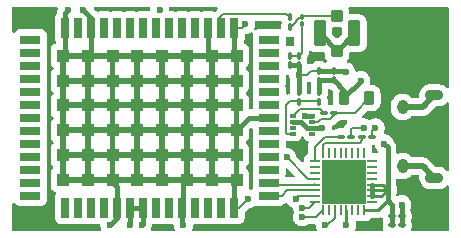
<source format=gbr>
%TF.GenerationSoftware,KiCad,Pcbnew,9.0.1*%
%TF.CreationDate,2025-05-26T16:43:24+02:00*%
%TF.ProjectId,Janus HW,4a616e75-7320-4485-972e-6b696361645f,rev?*%
%TF.SameCoordinates,Original*%
%TF.FileFunction,Copper,L1,Top*%
%TF.FilePolarity,Positive*%
%FSLAX46Y46*%
G04 Gerber Fmt 4.6, Leading zero omitted, Abs format (unit mm)*
G04 Created by KiCad (PCBNEW 9.0.1) date 2025-05-26 16:43:24*
%MOMM*%
%LPD*%
G01*
G04 APERTURE LIST*
G04 Aperture macros list*
%AMRoundRect*
0 Rectangle with rounded corners*
0 $1 Rounding radius*
0 $2 $3 $4 $5 $6 $7 $8 $9 X,Y pos of 4 corners*
0 Add a 4 corners polygon primitive as box body*
4,1,4,$2,$3,$4,$5,$6,$7,$8,$9,$2,$3,0*
0 Add four circle primitives for the rounded corners*
1,1,$1+$1,$2,$3*
1,1,$1+$1,$4,$5*
1,1,$1+$1,$6,$7*
1,1,$1+$1,$8,$9*
0 Add four rect primitives between the rounded corners*
20,1,$1+$1,$2,$3,$4,$5,0*
20,1,$1+$1,$4,$5,$6,$7,0*
20,1,$1+$1,$6,$7,$8,$9,0*
20,1,$1+$1,$8,$9,$2,$3,0*%
G04 Aperture macros list end*
%TA.AperFunction,SMDPad,CuDef*%
%ADD10RoundRect,0.100000X0.217500X0.100000X-0.217500X0.100000X-0.217500X-0.100000X0.217500X-0.100000X0*%
%TD*%
%TA.AperFunction,SMDPad,CuDef*%
%ADD11RoundRect,0.100000X0.100000X-0.217500X0.100000X0.217500X-0.100000X0.217500X-0.100000X-0.217500X0*%
%TD*%
%TA.AperFunction,SMDPad,CuDef*%
%ADD12RoundRect,0.218750X-0.218750X-0.381250X0.218750X-0.381250X0.218750X0.381250X-0.218750X0.381250X0*%
%TD*%
%TA.AperFunction,SMDPad,CuDef*%
%ADD13R,0.475000X0.300000*%
%TD*%
%TA.AperFunction,SMDPad,CuDef*%
%ADD14RoundRect,0.100000X-0.100000X0.217500X-0.100000X-0.217500X0.100000X-0.217500X0.100000X0.217500X0*%
%TD*%
%TA.AperFunction,SMDPad,CuDef*%
%ADD15R,0.760000X1.790000*%
%TD*%
%TA.AperFunction,SMDPad,CuDef*%
%ADD16R,0.730000X1.790000*%
%TD*%
%TA.AperFunction,SMDPad,CuDef*%
%ADD17R,1.790000X0.760000*%
%TD*%
%TA.AperFunction,SMDPad,CuDef*%
%ADD18R,1.790000X0.780000*%
%TD*%
%TA.AperFunction,SMDPad,CuDef*%
%ADD19R,1.090000X1.090000*%
%TD*%
%TA.AperFunction,SMDPad,CuDef*%
%ADD20RoundRect,0.100000X-0.400000X-0.400000X0.400000X-0.400000X0.400000X0.400000X-0.400000X0.400000X0*%
%TD*%
%TA.AperFunction,SMDPad,CuDef*%
%ADD21RoundRect,0.105000X-0.420000X-0.995000X0.420000X-0.995000X0.420000X0.995000X-0.420000X0.995000X0*%
%TD*%
%TA.AperFunction,SMDPad,CuDef*%
%ADD22R,0.810000X0.270000*%
%TD*%
%TA.AperFunction,SMDPad,CuDef*%
%ADD23R,0.270000X0.810000*%
%TD*%
%TA.AperFunction,SMDPad,CuDef*%
%ADD24R,3.700000X3.700000*%
%TD*%
%TA.AperFunction,SMDPad,CuDef*%
%ADD25RoundRect,0.100000X0.100000X-0.130000X0.100000X0.130000X-0.100000X0.130000X-0.100000X-0.130000X0*%
%TD*%
%TA.AperFunction,HeatsinkPad*%
%ADD26O,1.550000X0.890000*%
%TD*%
%TA.AperFunction,HeatsinkPad*%
%ADD27O,0.950000X1.250000*%
%TD*%
%TA.AperFunction,ViaPad*%
%ADD28C,0.600000*%
%TD*%
%TA.AperFunction,Conductor*%
%ADD29C,0.200000*%
%TD*%
%TA.AperFunction,Conductor*%
%ADD30C,0.400000*%
%TD*%
%TA.AperFunction,Conductor*%
%ADD31C,0.500000*%
%TD*%
%TA.AperFunction,Conductor*%
%ADD32C,0.250000*%
%TD*%
G04 APERTURE END LIST*
D10*
%TO.P,C5,2*%
%TO.N,+3.3V*%
X198935000Y-75000000D03*
%TO.P,C5,1*%
%TO.N,GND*%
X199750000Y-75000000D03*
%TD*%
%TO.P,C4,2*%
%TO.N,+3.3V*%
X198935000Y-74250000D03*
%TO.P,C4,1*%
%TO.N,GND*%
X199750000Y-74250000D03*
%TD*%
D11*
%TO.P,R4,1*%
%TO.N,Net-(IC3-FB)*%
X191000000Y-64565000D03*
%TO.P,R4,2*%
%TO.N,GND*%
X191000000Y-63750000D03*
%TD*%
%TO.P,R3,1*%
%TO.N,Net-(IC3-FB)*%
X192750000Y-64565000D03*
%TO.P,R3,2*%
%TO.N,+3.3V*%
X192750000Y-63750000D03*
%TD*%
D12*
%TO.P,L2,1,1*%
%TO.N,+3.3V*%
X194875000Y-64250000D03*
%TO.P,L2,2,2*%
%TO.N,Net-(IC3-SW)*%
X197000000Y-64250000D03*
%TD*%
D13*
%TO.P,IC3,1,PG*%
%TO.N,unconnected-(IC3-PG-Pad1)*%
X192176000Y-67250000D03*
%TO.P,IC3,2,VIN*%
%TO.N,+5V*%
X192176000Y-66750000D03*
%TO.P,IC3,3,SW*%
%TO.N,Net-(IC3-SW)*%
X192176000Y-66250000D03*
%TO.P,IC3,4,GND*%
%TO.N,GND*%
X192176000Y-65750000D03*
%TO.P,IC3,5,BST*%
%TO.N,Net-(IC3-BST)*%
X190500000Y-65750000D03*
%TO.P,IC3,6,EN*%
%TO.N,+5V*%
X190500000Y-66250000D03*
%TO.P,IC3,7,SS*%
%TO.N,unconnected-(IC3-SS-Pad7)*%
X190500000Y-66750000D03*
%TO.P,IC3,8,FB*%
%TO.N,Net-(IC3-FB)*%
X190500000Y-67250000D03*
%TD*%
D10*
%TO.P,C8,1*%
%TO.N,Net-(IC3-SW)*%
X193975000Y-65500000D03*
%TO.P,C8,2*%
%TO.N,Net-(IC3-BST)*%
X193160000Y-65500000D03*
%TD*%
D14*
%TO.P,C7,1*%
%TO.N,GND*%
X192750000Y-61935000D03*
%TO.P,C7,2*%
%TO.N,+3.3V*%
X192750000Y-62750000D03*
%TD*%
%TO.P,C6,1*%
%TO.N,GND*%
X194000000Y-61910000D03*
%TO.P,C6,2*%
%TO.N,+3.3V*%
X194000000Y-62725000D03*
%TD*%
D15*
%TO.P,IC2,1,GND_1*%
%TO.N,GND*%
X185545000Y-58295000D03*
%TO.P,IC2,2,ANT_IN*%
%TO.N,/ANTUM980*%
X184445000Y-58295000D03*
%TO.P,IC2,3,GND_2*%
%TO.N,GND*%
X183345000Y-58295000D03*
D16*
%TO.P,IC2,4,ANT_DETECT*%
%TO.N,unconnected-(IC2-ANT_DETECT-Pad4)*%
X182260000Y-58295000D03*
D15*
%TO.P,IC2,5,ANT_OFF*%
%TO.N,unconnected-(IC2-ANT_OFF-Pad5)*%
X181145000Y-58295000D03*
%TO.P,IC2,6,ANT_SHORT_N*%
%TO.N,unconnected-(IC2-ANT_SHORT_N-Pad6)*%
X180045000Y-58295000D03*
%TO.P,IC2,7,VCC_RF*%
%TO.N,unconnected-(IC2-VCC_RF-Pad7)*%
X178945000Y-58295000D03*
%TO.P,IC2,8,SPIS_CSN*%
%TO.N,unconnected-(IC2-SPIS_CSN-Pad8)*%
X177845000Y-58295000D03*
D16*
%TO.P,IC2,9,SPIS_MOSI*%
%TO.N,unconnected-(IC2-SPIS_MOSI-Pad9)*%
X176760000Y-58295000D03*
D15*
%TO.P,IC2,10,SPIS_CLK*%
%TO.N,unconnected-(IC2-SPIS_CLK-Pad10)*%
X175645000Y-58295000D03*
%TO.P,IC2,11,SPIS_MISO*%
%TO.N,unconnected-(IC2-SPIS_MISO-Pad11)*%
X174545000Y-58295000D03*
%TO.P,IC2,12,GND_3*%
%TO.N,GND*%
X173445000Y-58295000D03*
%TO.P,IC2,13,RSV_1*%
%TO.N,unconnected-(IC2-RSV_1-Pad13)*%
X172345000Y-58295000D03*
%TO.P,IC2,14,GND_4*%
%TO.N,GND*%
X171245000Y-58295000D03*
D17*
%TO.P,IC2,15,NC_1*%
%TO.N,unconnected-(IC2-NC_1-Pad15)*%
X168290000Y-59300000D03*
%TO.P,IC2,16,NC_2*%
%TO.N,unconnected-(IC2-NC_2-Pad16)*%
X168290000Y-60400000D03*
%TO.P,IC2,17,NC_3*%
%TO.N,unconnected-(IC2-NC_3-Pad17)*%
X168290000Y-61500000D03*
%TO.P,IC2,18,NC_4*%
%TO.N,unconnected-(IC2-NC_4-Pad18)*%
X168290000Y-62600000D03*
%TO.P,IC2,19,PVT_STAT*%
%TO.N,unconnected-(IC2-PVT_STAT-Pad19)*%
X168290000Y-63700000D03*
D18*
%TO.P,IC2,20,RTK_STAT*%
%TO.N,unconnected-(IC2-RTK_STAT-Pad20)*%
X168290000Y-64790000D03*
D17*
%TO.P,IC2,21,ERR_STAT*%
%TO.N,unconnected-(IC2-ERR_STAT-Pad21)*%
X168290000Y-65900000D03*
%TO.P,IC2,22,RSV_2*%
%TO.N,unconnected-(IC2-RSV_2-Pad22)*%
X168290000Y-67000000D03*
%TO.P,IC2,23,RSV_3*%
%TO.N,unconnected-(IC2-RSV_3-Pad23)*%
X168290000Y-68100000D03*
%TO.P,IC2,24,NC_5*%
%TO.N,unconnected-(IC2-NC_5-Pad24)*%
X168290000Y-69200000D03*
%TO.P,IC2,25,NC_6*%
%TO.N,unconnected-(IC2-NC_6-Pad25)*%
X168290000Y-70300000D03*
%TO.P,IC2,26,RXD2*%
%TO.N,unconnected-(IC2-RXD2-Pad26)*%
X168290000Y-71400000D03*
%TO.P,IC2,27,TXD2*%
%TO.N,unconnected-(IC2-TXD2-Pad27)*%
X168290000Y-72500000D03*
D15*
%TO.P,IC2,28,BIF_1*%
%TO.N,unconnected-(IC2-BIF_1-Pad28)*%
X171245000Y-73505000D03*
%TO.P,IC2,29,BIF_2*%
%TO.N,unconnected-(IC2-BIF_2-Pad29)*%
X172345000Y-73505000D03*
%TO.P,IC2,30,TXD3*%
%TO.N,unconnected-(IC2-TXD3-Pad30)*%
X173445000Y-73505000D03*
%TO.P,IC2,31,RXD3*%
%TO.N,unconnected-(IC2-RXD3-Pad31)*%
X174545000Y-73505000D03*
%TO.P,IC2,32,GND_5*%
%TO.N,GND*%
X175645000Y-73505000D03*
%TO.P,IC2,33,VCC_1*%
%TO.N,+3.3V*%
X176745000Y-73505000D03*
%TO.P,IC2,34,VCC_2*%
X177845000Y-73505000D03*
%TO.P,IC2,35,RSV_4*%
%TO.N,unconnected-(IC2-RSV_4-Pad35)*%
X178945000Y-73505000D03*
%TO.P,IC2,36,V_BCKP*%
%TO.N,unconnected-(IC2-V_BCKP-Pad36)*%
X180045000Y-73505000D03*
%TO.P,IC2,37,GND_6*%
%TO.N,GND*%
X181145000Y-73505000D03*
%TO.P,IC2,38,NC_7*%
%TO.N,unconnected-(IC2-NC_7-Pad38)*%
X182245000Y-73505000D03*
%TO.P,IC2,39,NC_8*%
%TO.N,unconnected-(IC2-NC_8-Pad39)*%
X183345000Y-73505000D03*
%TO.P,IC2,40,NC_9*%
%TO.N,unconnected-(IC2-NC_9-Pad40)*%
X184445000Y-73505000D03*
%TO.P,IC2,41,GND_7*%
%TO.N,GND*%
X185545000Y-73505000D03*
D17*
%TO.P,IC2,42,TXD1*%
%TO.N,GPSTX*%
X188500000Y-72500000D03*
%TO.P,IC2,43,RXD1*%
%TO.N,GPSRX*%
X188500000Y-71400000D03*
%TO.P,IC2,44,SDA*%
%TO.N,unconnected-(IC2-SDA-Pad44)*%
X188500000Y-70300000D03*
%TO.P,IC2,45,SCL*%
%TO.N,unconnected-(IC2-SCL-Pad45)*%
X188500000Y-69200000D03*
%TO.P,IC2,46,NC_10*%
%TO.N,unconnected-(IC2-NC_10-Pad46)*%
X188500000Y-68100000D03*
%TO.P,IC2,47,NC_11*%
%TO.N,unconnected-(IC2-NC_11-Pad47)*%
X188500000Y-67000000D03*
%TO.P,IC2,48,GND_8*%
%TO.N,GND*%
X188500000Y-65900000D03*
%TO.P,IC2,49,RESET_N*%
%TO.N,unconnected-(IC2-RESET_N-Pad49)*%
X188500000Y-64800000D03*
%TO.P,IC2,50,NC_12*%
%TO.N,unconnected-(IC2-NC_12-Pad50)*%
X188500000Y-63700000D03*
%TO.P,IC2,51,EVENT*%
%TO.N,unconnected-(IC2-EVENT-Pad51)*%
X188500000Y-62600000D03*
%TO.P,IC2,52,NC_13*%
%TO.N,unconnected-(IC2-NC_13-Pad52)*%
X188500000Y-61500000D03*
%TO.P,IC2,53,PPS*%
%TO.N,unconnected-(IC2-PPS-Pad53)*%
X188500000Y-60400000D03*
%TO.P,IC2,54,NC_14*%
%TO.N,unconnected-(IC2-NC_14-Pad54)*%
X188500000Y-59300000D03*
D19*
%TO.P,IC2,55,GROUND_1*%
%TO.N,GND*%
X185745000Y-60650000D03*
%TO.P,IC2,56,GROUND_2*%
X183645000Y-60650000D03*
%TO.P,IC2,57,GROUND_3*%
X181545000Y-60650000D03*
%TO.P,IC2,58,GROUND_4*%
X179445000Y-60650000D03*
%TO.P,IC2,59,GROUND_5*%
X177345000Y-60650000D03*
%TO.P,IC2,60,GROUND_6*%
X175245000Y-60650000D03*
%TO.P,IC2,61,GROUND_7*%
X173145000Y-60650000D03*
%TO.P,IC2,62,GROUND_8*%
X171045000Y-60650000D03*
%TO.P,IC2,63,GROUND_9*%
X185745000Y-62750000D03*
%TO.P,IC2,64,GROUND_10*%
X183645000Y-62750000D03*
%TO.P,IC2,65,GROUND_11*%
X181545000Y-62750000D03*
%TO.P,IC2,66,GROUND_12*%
X179445000Y-62750000D03*
%TO.P,IC2,67,GROUND_13*%
X177345000Y-62750000D03*
%TO.P,IC2,68,GROUND_14*%
X175245000Y-62750000D03*
%TO.P,IC2,69,GROUND_15*%
X173145000Y-62750000D03*
%TO.P,IC2,70,GROUND_16*%
X171045000Y-62750000D03*
%TO.P,IC2,71,GROUND_17*%
X185745000Y-64850000D03*
%TO.P,IC2,72,GROUND_18*%
X183645000Y-64850000D03*
%TO.P,IC2,73,GROUND_19*%
X181545000Y-64850000D03*
%TO.P,IC2,74,GROUND_20*%
X179445000Y-64850000D03*
%TO.P,IC2,75,GROUND_21*%
X177345000Y-64850000D03*
%TO.P,IC2,76,GROUND_22*%
X175245000Y-64850000D03*
%TO.P,IC2,77,GROUND_23*%
X173145000Y-64850000D03*
%TO.P,IC2,78,GROUND_24*%
X171045000Y-64850000D03*
%TO.P,IC2,79,GROUND_25*%
X185745000Y-66950000D03*
%TO.P,IC2,80,GROUND_26*%
X183645000Y-66950000D03*
%TO.P,IC2,81,GROUND_27*%
X181545000Y-66950000D03*
%TO.P,IC2,82,GROUND_28*%
X179445000Y-66950000D03*
%TO.P,IC2,83,GROUND_29*%
X177345000Y-66950000D03*
%TO.P,IC2,84,GROUND_30*%
X175245000Y-66950000D03*
%TO.P,IC2,85,GROUND_31*%
X173145000Y-66950000D03*
%TO.P,IC2,86,GROUND_32*%
X171045000Y-66950000D03*
%TO.P,IC2,87,GROUND_33*%
X185745000Y-69050000D03*
%TO.P,IC2,88,GROUND_34*%
X183645000Y-69050000D03*
%TO.P,IC2,89,GROUND_35*%
X181545000Y-69050000D03*
%TO.P,IC2,90,GROUND_36*%
X179445000Y-69050000D03*
%TO.P,IC2,91,GROUND_37*%
X177345000Y-69050000D03*
%TO.P,IC2,92,GROUND_38*%
X175245000Y-69050000D03*
%TO.P,IC2,93,GROUND_39*%
X173145000Y-69050000D03*
%TO.P,IC2,94,GROUND_40*%
X171045000Y-69050000D03*
%TO.P,IC2,95,GROUND_41*%
X185745000Y-71150000D03*
%TO.P,IC2,96,GROUND_42*%
X183645000Y-71150000D03*
%TO.P,IC2,97,GROUND_43*%
X181545000Y-71150000D03*
%TO.P,IC2,98,GROUND_44*%
X179445000Y-71150000D03*
%TO.P,IC2,99,GROUND_45*%
X177345000Y-71150000D03*
%TO.P,IC2,100,GROUND_46*%
X175245000Y-71150000D03*
%TO.P,IC2,101,GROUND_47*%
X173145000Y-71150000D03*
%TO.P,IC2,102,GROUND_48*%
X171045000Y-71150000D03*
%TD*%
D20*
%TO.P,AE2,1,A*%
%TO.N,/ANTGPS*%
X194250000Y-57250000D03*
D21*
%TO.P,AE2,2,Shield*%
%TO.N,GND*%
X195725000Y-58750000D03*
D20*
X194250000Y-60250000D03*
D21*
X192775000Y-58750000D03*
%TD*%
D22*
%TO.P,IC1,1,ANT*%
%TO.N,unconnected-(IC1-ANT-Pad1)*%
X197250000Y-73055000D03*
%TO.P,IC1,2,VDDA3P3_1*%
%TO.N,+3.3V*%
X197250000Y-72555000D03*
%TO.P,IC1,3,VDDA3P3_2*%
X197250000Y-72055000D03*
%TO.P,IC1,4,CHIP_PU*%
X197250000Y-71555000D03*
%TO.P,IC1,5,VDDPST1*%
%TO.N,unconnected-(IC1-VDDPST1-Pad5)*%
X197250000Y-71055000D03*
%TO.P,IC1,6,XTAL_32K_P*%
%TO.N,unconnected-(IC1-XTAL_32K_P-Pad6)*%
X197250000Y-70555000D03*
%TO.P,IC1,7,XTAL_32K_N*%
%TO.N,unconnected-(IC1-XTAL_32K_N-Pad7)*%
X197250000Y-70055000D03*
%TO.P,IC1,8,GPIO2*%
%TO.N,unconnected-(IC1-GPIO2-Pad8)*%
X197250000Y-69555000D03*
D23*
%TO.P,IC1,9,GPIO3*%
%TO.N,unconnected-(IC1-GPIO3-Pad9)*%
X196555000Y-68860000D03*
%TO.P,IC1,10,MTMS*%
%TO.N,unconnected-(IC1-MTMS-Pad10)*%
X196055000Y-68860000D03*
%TO.P,IC1,11,MTDI*%
%TO.N,unconnected-(IC1-MTDI-Pad11)*%
X195555000Y-68860000D03*
%TO.P,IC1,12,MTCK*%
%TO.N,unconnected-(IC1-MTCK-Pad12)*%
X195055000Y-68860000D03*
%TO.P,IC1,13,MTDO*%
%TO.N,unconnected-(IC1-MTDO-Pad13)*%
X194555000Y-68860000D03*
%TO.P,IC1,14,GPIO8*%
%TO.N,unconnected-(IC1-GPIO8-Pad14)*%
X194055000Y-68860000D03*
%TO.P,IC1,15,GPIO9*%
%TO.N,unconnected-(IC1-GPIO9-Pad15)*%
X193555000Y-68860000D03*
%TO.P,IC1,16,GPIO12*%
%TO.N,USB-*%
X193055000Y-68860000D03*
D22*
%TO.P,IC1,17,GPIO13*%
%TO.N,USB+*%
X192360000Y-69555000D03*
%TO.P,IC1,18,GPIO14*%
%TO.N,unconnected-(IC1-GPIO14-Pad18)*%
X192360000Y-70055000D03*
%TO.P,IC1,19,GPIO15*%
%TO.N,unconnected-(IC1-GPIO15-Pad19)*%
X192360000Y-70555000D03*
%TO.P,IC1,20,VDDPST2*%
%TO.N,SPI_DIO0*%
X192360000Y-71055000D03*
%TO.P,IC1,21,U0TXD*%
%TO.N,GPSRX*%
X192360000Y-71555000D03*
%TO.P,IC1,22,U0RXD*%
%TO.N,GPSTX*%
X192360000Y-72055000D03*
%TO.P,IC1,23,SDIO_CMD*%
%TO.N,SPI_SCK*%
X192360000Y-72555000D03*
%TO.P,IC1,24,SDIO_CLK*%
%TO.N,SPI_MISO*%
X192360000Y-73055000D03*
D23*
%TO.P,IC1,25,SDIO_DATA0*%
%TO.N,SPI_MOSI*%
X193055000Y-73750000D03*
%TO.P,IC1,26,SDIO_DATA1*%
%TO.N,unconnected-(IC1-SDIO_DATA1-Pad26)*%
X193555000Y-73750000D03*
%TO.P,IC1,27,SDIO_DATA2*%
%TO.N,SPI_NSS*%
X194055000Y-73750000D03*
%TO.P,IC1,28,SDIO_DATA3*%
%TO.N,unconnected-(IC1-SDIO_DATA3-Pad28)*%
X194555000Y-73750000D03*
%TO.P,IC1,29,VDDA1*%
%TO.N,+3.3V*%
X195055000Y-73750000D03*
%TO.P,IC1,30,XTAL_N*%
%TO.N,unconnected-(IC1-XTAL_N-Pad30)*%
X195555000Y-73750000D03*
%TO.P,IC1,31,XTAL_P*%
%TO.N,unconnected-(IC1-XTAL_P-Pad31)*%
X196055000Y-73750000D03*
%TO.P,IC1,32,VDDA2*%
%TO.N,+3.3V*%
X196555000Y-73750000D03*
D24*
%TO.P,IC1,33,GND*%
%TO.N,GND*%
X194805000Y-71305000D03*
%TD*%
D14*
%TO.P,C1,1*%
%TO.N,/ANTUM980*%
X190250000Y-57410000D03*
%TO.P,C1,2*%
%TO.N,/ANTGPS*%
X190250000Y-58225000D03*
%TD*%
D25*
%TO.P,L1,1,1*%
%TO.N,ANT_BIAS*%
X191250000Y-57975000D03*
%TO.P,L1,2,2*%
%TO.N,/ANTGPS*%
X191250000Y-57335000D03*
%TD*%
D11*
%TO.P,C2,1*%
%TO.N,GND*%
X191000000Y-61475000D03*
%TO.P,C2,2*%
%TO.N,ANT_BIAS*%
X191000000Y-60660000D03*
%TD*%
D10*
%TO.P,R1,1*%
%TO.N,Net-(J1-D+)*%
X195407500Y-67500000D03*
%TO.P,R1,2*%
%TO.N,USB+*%
X194592500Y-67500000D03*
%TD*%
%TO.P,R2,1*%
%TO.N,Net-(J1-D-)*%
X197225000Y-67500000D03*
%TO.P,R2,2*%
%TO.N,USB-*%
X196410000Y-67500000D03*
%TD*%
D11*
%TO.P,C3,1*%
%TO.N,GND*%
X190250000Y-61475000D03*
%TO.P,C3,2*%
%TO.N,ANT_BIAS*%
X190250000Y-60660000D03*
%TD*%
D26*
%TO.P,J1,6,Shield*%
%TO.N,GND*%
X202500000Y-64000000D03*
D27*
X199800000Y-65000000D03*
X199800000Y-70000000D03*
D26*
X202500000Y-71000000D03*
%TD*%
D28*
%TO.N,+3.3V*%
X196250000Y-62750000D03*
%TO.N,GND*%
X195000000Y-62000000D03*
X194250000Y-60250000D03*
X191000000Y-62250000D03*
%TO.N,Net-(J1-D-)*%
X197500000Y-66750000D03*
%TO.N,Net-(J1-D+)*%
X196500000Y-66750000D03*
%TO.N,GND*%
X191508630Y-65743806D03*
%TO.N,+5V*%
X193000000Y-66750000D03*
%TO.N,GND*%
X199750000Y-73250000D03*
%TO.N,SPI_NSS*%
X193250000Y-75000000D03*
%TO.N,SPI_SCK*%
X190750000Y-72750000D03*
%TO.N,SPI_DIO0*%
X190000000Y-69250000D03*
%TO.N,+3.3V*%
X179250000Y-56750000D03*
%TO.N,GND*%
X194805000Y-71305000D03*
X194805000Y-71305000D03*
X181250000Y-75000000D03*
X175000000Y-75000000D03*
X186750000Y-72750000D03*
X186500000Y-58000000D03*
X172750000Y-56750000D03*
X171500000Y-56750000D03*
%TO.N,+3.3V*%
X177750000Y-75000000D03*
X176750000Y-75000000D03*
%TO.N,SPI_MISO*%
X191305000Y-73500000D03*
%TO.N,SPI_MOSI*%
X191305000Y-74300003D03*
%TO.N,+3.3V*%
X198555000Y-72000000D03*
X195055000Y-75000000D03*
X198250000Y-68100000D03*
%TD*%
D29*
%TO.N,GND*%
X185995000Y-73505000D02*
X186750000Y-72750000D01*
X185545000Y-73505000D02*
X185995000Y-73505000D01*
D30*
X185545000Y-60200000D02*
X185745000Y-60400000D01*
X185745000Y-60400000D02*
X185745000Y-60650000D01*
X185545000Y-58545000D02*
X185545000Y-60200000D01*
X183345000Y-60600000D02*
X183395000Y-60650000D01*
X183345000Y-58295000D02*
X183345000Y-60600000D01*
X173445000Y-57445000D02*
X172750000Y-56750000D01*
X173445000Y-58295000D02*
X173445000Y-57445000D01*
X173445000Y-58295000D02*
X173445000Y-60100000D01*
X175645000Y-71800000D02*
X175645000Y-74355000D01*
X175645000Y-74355000D02*
X175000000Y-75000000D01*
X175395000Y-71550000D02*
X175645000Y-71800000D01*
%TO.N,+3.3V*%
X176745000Y-74801000D02*
X176745000Y-73505000D01*
X176745000Y-73505000D02*
X177845000Y-73505000D01*
X177845000Y-73505000D02*
X177845000Y-74905000D01*
X177845000Y-74905000D02*
X177750000Y-75000000D01*
%TO.N,GND*%
X181250000Y-75000000D02*
X181145000Y-74895000D01*
X181145000Y-74895000D02*
X181145000Y-73755000D01*
X191000000Y-62250000D02*
X191000000Y-61475000D01*
D29*
X191750000Y-62250000D02*
X192065000Y-61935000D01*
X192065000Y-61935000D02*
X192750000Y-61935000D01*
X191000000Y-62250000D02*
X191750000Y-62250000D01*
D30*
X191000000Y-62250000D02*
X191000000Y-63750000D01*
D29*
%TO.N,Net-(J1-D+)*%
X196500000Y-66750000D02*
X195500000Y-66750000D01*
X195500000Y-66750000D02*
X195407500Y-66842500D01*
X195407500Y-66842500D02*
X195407500Y-67500000D01*
%TO.N,Net-(J1-D-)*%
X197225000Y-66975000D02*
X197225000Y-67500000D01*
X197450000Y-66750000D02*
X197225000Y-66975000D01*
X197500000Y-66750000D02*
X197450000Y-66750000D01*
D31*
%TO.N,GND*%
X199800000Y-70000000D02*
X201500000Y-70000000D01*
X201500000Y-70000000D02*
X202500000Y-71000000D01*
X201500000Y-65000000D02*
X202500000Y-64000000D01*
X199800000Y-65000000D02*
X201500000Y-65000000D01*
D30*
%TO.N,+3.3V*%
X194875000Y-63600000D02*
X194000000Y-62725000D01*
X194875000Y-64250000D02*
X194875000Y-63600000D01*
%TO.N,GND*%
X186795000Y-65900000D02*
X185745000Y-66950000D01*
X188250000Y-65900000D02*
X186795000Y-65900000D01*
D29*
X185745000Y-66950000D02*
X185495000Y-66950000D01*
D30*
X194250000Y-60225000D02*
X195725000Y-58750000D01*
D29*
X194250000Y-60250000D02*
X194250000Y-60225000D01*
D30*
X192775000Y-58750000D02*
X194250000Y-60225000D01*
X171500000Y-56750000D02*
X171245000Y-57005000D01*
%TO.N,+3.3V*%
X194875000Y-64125000D02*
X196250000Y-62750000D01*
X194875000Y-64250000D02*
X194875000Y-64125000D01*
D29*
%TO.N,/ANTGPS*%
X194250000Y-57250000D02*
X191335000Y-57250000D01*
X191335000Y-57250000D02*
X191250000Y-57335000D01*
%TO.N,GND*%
X194910000Y-61910000D02*
X195000000Y-62000000D01*
D30*
X194000000Y-61910000D02*
X194910000Y-61910000D01*
%TO.N,+3.3V*%
X198555000Y-68405000D02*
X198250000Y-68100000D01*
X198555000Y-72000000D02*
X198555000Y-68405000D01*
D32*
X198110000Y-71555000D02*
X198555000Y-72000000D01*
X197250000Y-71555000D02*
X198110000Y-71555000D01*
D30*
X198500000Y-72055000D02*
X198555000Y-72000000D01*
D32*
X197250000Y-72055000D02*
X198500000Y-72055000D01*
D30*
X197250000Y-71555000D02*
X197250000Y-72555000D01*
X198555000Y-72000000D02*
X198555000Y-72892000D01*
D32*
X198000000Y-72555000D02*
X197250000Y-72555000D01*
X198555000Y-72000000D02*
X198000000Y-72555000D01*
D30*
%TO.N,GND*%
X199750000Y-75000000D02*
X199750000Y-73250000D01*
D32*
%TO.N,+3.3V*%
X197697000Y-73750000D02*
X196555000Y-73750000D01*
X198555000Y-72892000D02*
X197697000Y-73750000D01*
D30*
X198935000Y-73272000D02*
X198935000Y-74250000D01*
X198555000Y-72892000D02*
X198935000Y-73272000D01*
D29*
%TO.N,Net-(IC3-SW)*%
X195750000Y-65500000D02*
X197000000Y-64250000D01*
X193975000Y-65500000D02*
X195750000Y-65500000D01*
D30*
%TO.N,+3.3V*%
X192750000Y-62750000D02*
X192750000Y-63750000D01*
D29*
%TO.N,Net-(IC3-FB)*%
X192685000Y-64500000D02*
X192750000Y-64565000D01*
X191000000Y-64500000D02*
X192685000Y-64500000D01*
X190250000Y-64500000D02*
X191000000Y-64500000D01*
D30*
%TO.N,+3.3V*%
X192775000Y-62725000D02*
X192750000Y-62750000D01*
X194000000Y-62725000D02*
X192775000Y-62725000D01*
D29*
%TO.N,GND*%
X193975000Y-61935000D02*
X194000000Y-61910000D01*
D30*
X192750000Y-61935000D02*
X193975000Y-61935000D01*
D29*
%TO.N,Net-(IC3-SW)*%
X192862500Y-66001000D02*
X192613500Y-66250000D01*
X193673999Y-66001000D02*
X192862500Y-66001000D01*
X193975000Y-65699999D02*
X193673999Y-66001000D01*
X192613500Y-66250000D02*
X192176000Y-66250000D01*
X193975000Y-65500000D02*
X193975000Y-65699999D01*
%TO.N,Net-(IC3-BST)*%
X191107194Y-65142806D02*
X190500000Y-65750000D01*
X192802806Y-65142806D02*
X191107194Y-65142806D01*
X193160000Y-65500000D02*
X192802806Y-65142806D01*
D30*
%TO.N,GND*%
X191514824Y-65750000D02*
X192176000Y-65750000D01*
D29*
X191508630Y-65743806D02*
X191514824Y-65750000D01*
%TO.N,Net-(IC3-FB)*%
X189961500Y-64788500D02*
X190250000Y-64500000D01*
X189961500Y-67201000D02*
X189961500Y-64788500D01*
X190010500Y-67250000D02*
X189961500Y-67201000D01*
X190500000Y-67250000D02*
X190010500Y-67250000D01*
D30*
%TO.N,+5V*%
X192176000Y-66750000D02*
X193000000Y-66750000D01*
X191686500Y-66750000D02*
X192176000Y-66750000D01*
X191186500Y-66250000D02*
X191686500Y-66750000D01*
X190500000Y-66250000D02*
X191186500Y-66250000D01*
D29*
%TO.N,USB-*%
X196410000Y-67750000D02*
X196410000Y-67500000D01*
X196160000Y-68000000D02*
X196410000Y-67750000D01*
X193273000Y-68000000D02*
X196160000Y-68000000D01*
X193055000Y-68218000D02*
X193273000Y-68000000D01*
X193055000Y-68860000D02*
X193055000Y-68218000D01*
%TO.N,USB+*%
X192360000Y-68345900D02*
X193205900Y-67500000D01*
X192360000Y-69555000D02*
X192360000Y-68345900D01*
X193205900Y-67500000D02*
X194592500Y-67500000D01*
D30*
%TO.N,+3.3V*%
X198935000Y-75000000D02*
X198935000Y-74250000D01*
D29*
%TO.N,USB+*%
X192360000Y-69555000D02*
X192090000Y-69555000D01*
D30*
%TO.N,GND*%
X185500000Y-73505000D02*
X185500000Y-71155000D01*
D29*
X185500000Y-71155000D02*
X185495000Y-71150000D01*
X171245000Y-60200000D02*
X170795000Y-60650000D01*
D30*
X171245000Y-57005000D02*
X171245000Y-60200000D01*
D29*
X173445000Y-60100000D02*
X172895000Y-60650000D01*
D30*
X181250000Y-73150000D02*
X181250000Y-71195000D01*
D29*
X181250000Y-71195000D02*
X181295000Y-71150000D01*
%TO.N,SPI_NSS*%
X193447000Y-75000000D02*
X193250000Y-75000000D01*
X194055000Y-74392000D02*
X193447000Y-75000000D01*
X194055000Y-73750000D02*
X194055000Y-74392000D01*
%TO.N,SPI_SCK*%
X190945000Y-72555000D02*
X190750000Y-72750000D01*
X192360000Y-72555000D02*
X190945000Y-72555000D01*
%TO.N,GPSTX*%
X190040000Y-72055000D02*
X192360000Y-72055000D01*
X188500000Y-72500000D02*
X189595000Y-72500000D01*
X189595000Y-72500000D02*
X190040000Y-72055000D01*
%TO.N,GPSRX*%
X188655000Y-71555000D02*
X192360000Y-71555000D01*
X188500000Y-71400000D02*
X188655000Y-71555000D01*
%TO.N,SPI_DIO0*%
X190000000Y-69250000D02*
X191805000Y-71055000D01*
X191805000Y-71055000D02*
X192360000Y-71055000D01*
%TO.N,GPSRX*%
X192296000Y-71491000D02*
X192360000Y-71555000D01*
D32*
%TO.N,+3.3V*%
X195055000Y-73750000D02*
X195055000Y-75000000D01*
D29*
%TO.N,SPI_MOSI*%
X192504997Y-74300003D02*
X193055000Y-73750000D01*
X191305000Y-74300003D02*
X192504997Y-74300003D01*
%TO.N,SPI_MISO*%
X191915000Y-73500000D02*
X192360000Y-73055000D01*
X191305000Y-73500000D02*
X191915000Y-73500000D01*
%TO.N,GND*%
X186205000Y-58295000D02*
X186500000Y-58000000D01*
X185295000Y-58295000D02*
X186205000Y-58295000D01*
X175395000Y-71550000D02*
X174995000Y-71150000D01*
%TO.N,GPSRX*%
X188250000Y-71400000D02*
X188405000Y-71555000D01*
%TO.N,ANT_BIAS*%
X191000000Y-60660000D02*
X190250000Y-60660000D01*
X191250000Y-60410000D02*
X191000000Y-60660000D01*
X191250000Y-57975000D02*
X191250000Y-60410000D01*
D30*
%TO.N,GND*%
X190250000Y-61475000D02*
X191000000Y-61475000D01*
D29*
%TO.N,/ANTGPS*%
X190749000Y-57676130D02*
X191090130Y-57335000D01*
X190749000Y-57798370D02*
X190749000Y-57676130D01*
X191090130Y-57335000D02*
X191250000Y-57335000D01*
X190322370Y-58225000D02*
X190749000Y-57798370D01*
X190250000Y-58225000D02*
X190322370Y-58225000D01*
%TO.N,/ANTUM980*%
X184614000Y-57099000D02*
X189939000Y-57099000D01*
X189939000Y-57099000D02*
X190250000Y-57410000D01*
X184195000Y-57518000D02*
X184614000Y-57099000D01*
X184195000Y-58295000D02*
X184195000Y-57518000D01*
%TD*%
%TA.AperFunction,Conductor*%
%TO.N,GND*%
G36*
X185688039Y-60419685D02*
G01*
X185733794Y-60472489D01*
X185745000Y-60524000D01*
X185745000Y-60650000D01*
X185871000Y-60650000D01*
X185938039Y-60669685D01*
X185983794Y-60722489D01*
X185995000Y-60774000D01*
X185995000Y-71026000D01*
X185975315Y-71093039D01*
X185922511Y-71138794D01*
X185871000Y-71150000D01*
X185745000Y-71150000D01*
X185745000Y-71276000D01*
X185725315Y-71343039D01*
X185672511Y-71388794D01*
X185621000Y-71400000D01*
X171169000Y-71400000D01*
X171101961Y-71380315D01*
X171056206Y-71327511D01*
X171045000Y-71276000D01*
X171045000Y-71150000D01*
X170919000Y-71150000D01*
X170851961Y-71130315D01*
X170806206Y-71077511D01*
X170795000Y-71026000D01*
X170795000Y-70900000D01*
X171295000Y-70900000D01*
X172895000Y-70900000D01*
X173395000Y-70900000D01*
X174995000Y-70900000D01*
X175495000Y-70900000D01*
X177095000Y-70900000D01*
X177595000Y-70900000D01*
X179195000Y-70900000D01*
X179695000Y-70900000D01*
X181295000Y-70900000D01*
X181795000Y-70900000D01*
X183395000Y-70900000D01*
X183895000Y-70900000D01*
X185495000Y-70900000D01*
X185495000Y-69300000D01*
X183895000Y-69300000D01*
X183895000Y-70900000D01*
X183395000Y-70900000D01*
X183395000Y-69300000D01*
X181795000Y-69300000D01*
X181795000Y-70900000D01*
X181295000Y-70900000D01*
X181295000Y-69300000D01*
X179695000Y-69300000D01*
X179695000Y-70900000D01*
X179195000Y-70900000D01*
X179195000Y-69300000D01*
X177595000Y-69300000D01*
X177595000Y-70900000D01*
X177095000Y-70900000D01*
X177095000Y-69300000D01*
X175495000Y-69300000D01*
X175495000Y-70900000D01*
X174995000Y-70900000D01*
X174995000Y-69300000D01*
X173395000Y-69300000D01*
X173395000Y-70900000D01*
X172895000Y-70900000D01*
X172895000Y-69300000D01*
X171295000Y-69300000D01*
X171295000Y-70900000D01*
X170795000Y-70900000D01*
X170795000Y-68800000D01*
X171295000Y-68800000D01*
X172895000Y-68800000D01*
X173395000Y-68800000D01*
X174995000Y-68800000D01*
X175495000Y-68800000D01*
X177095000Y-68800000D01*
X177595000Y-68800000D01*
X179195000Y-68800000D01*
X179695000Y-68800000D01*
X181295000Y-68800000D01*
X181795000Y-68800000D01*
X183395000Y-68800000D01*
X183895000Y-68800000D01*
X185495000Y-68800000D01*
X185495000Y-67200000D01*
X183895000Y-67200000D01*
X183895000Y-68800000D01*
X183395000Y-68800000D01*
X183395000Y-67200000D01*
X181795000Y-67200000D01*
X181795000Y-68800000D01*
X181295000Y-68800000D01*
X181295000Y-67200000D01*
X179695000Y-67200000D01*
X179695000Y-68800000D01*
X179195000Y-68800000D01*
X179195000Y-67200000D01*
X177595000Y-67200000D01*
X177595000Y-68800000D01*
X177095000Y-68800000D01*
X177095000Y-67200000D01*
X175495000Y-67200000D01*
X175495000Y-68800000D01*
X174995000Y-68800000D01*
X174995000Y-67200000D01*
X173395000Y-67200000D01*
X173395000Y-68800000D01*
X172895000Y-68800000D01*
X172895000Y-67200000D01*
X171295000Y-67200000D01*
X171295000Y-68800000D01*
X170795000Y-68800000D01*
X170795000Y-66700000D01*
X171295000Y-66700000D01*
X172895000Y-66700000D01*
X173395000Y-66700000D01*
X174995000Y-66700000D01*
X175495000Y-66700000D01*
X177095000Y-66700000D01*
X177595000Y-66700000D01*
X179195000Y-66700000D01*
X179695000Y-66700000D01*
X181295000Y-66700000D01*
X181795000Y-66700000D01*
X183395000Y-66700000D01*
X183895000Y-66700000D01*
X185495000Y-66700000D01*
X185495000Y-65100000D01*
X183895000Y-65100000D01*
X183895000Y-66700000D01*
X183395000Y-66700000D01*
X183395000Y-65100000D01*
X181795000Y-65100000D01*
X181795000Y-66700000D01*
X181295000Y-66700000D01*
X181295000Y-65100000D01*
X179695000Y-65100000D01*
X179695000Y-66700000D01*
X179195000Y-66700000D01*
X179195000Y-65100000D01*
X177595000Y-65100000D01*
X177595000Y-66700000D01*
X177095000Y-66700000D01*
X177095000Y-65100000D01*
X175495000Y-65100000D01*
X175495000Y-66700000D01*
X174995000Y-66700000D01*
X174995000Y-65100000D01*
X173395000Y-65100000D01*
X173395000Y-66700000D01*
X172895000Y-66700000D01*
X172895000Y-65100000D01*
X171295000Y-65100000D01*
X171295000Y-66700000D01*
X170795000Y-66700000D01*
X170795000Y-64600000D01*
X171295000Y-64600000D01*
X172895000Y-64600000D01*
X173395000Y-64600000D01*
X174995000Y-64600000D01*
X175495000Y-64600000D01*
X177095000Y-64600000D01*
X177595000Y-64600000D01*
X179195000Y-64600000D01*
X179695000Y-64600000D01*
X181295000Y-64600000D01*
X181795000Y-64600000D01*
X183395000Y-64600000D01*
X183895000Y-64600000D01*
X185495000Y-64600000D01*
X185495000Y-63000000D01*
X183895000Y-63000000D01*
X183895000Y-64600000D01*
X183395000Y-64600000D01*
X183395000Y-63000000D01*
X181795000Y-63000000D01*
X181795000Y-64600000D01*
X181295000Y-64600000D01*
X181295000Y-63000000D01*
X179695000Y-63000000D01*
X179695000Y-64600000D01*
X179195000Y-64600000D01*
X179195000Y-63000000D01*
X177595000Y-63000000D01*
X177595000Y-64600000D01*
X177095000Y-64600000D01*
X177095000Y-63000000D01*
X175495000Y-63000000D01*
X175495000Y-64600000D01*
X174995000Y-64600000D01*
X174995000Y-63000000D01*
X173395000Y-63000000D01*
X173395000Y-64600000D01*
X172895000Y-64600000D01*
X172895000Y-63000000D01*
X171295000Y-63000000D01*
X171295000Y-64600000D01*
X170795000Y-64600000D01*
X170795000Y-62500000D01*
X171295000Y-62500000D01*
X172895000Y-62500000D01*
X173395000Y-62500000D01*
X174995000Y-62500000D01*
X175495000Y-62500000D01*
X177095000Y-62500000D01*
X177595000Y-62500000D01*
X179195000Y-62500000D01*
X179695000Y-62500000D01*
X181295000Y-62500000D01*
X181795000Y-62500000D01*
X183395000Y-62500000D01*
X183895000Y-62500000D01*
X185495000Y-62500000D01*
X185495000Y-60900000D01*
X183895000Y-60900000D01*
X183895000Y-62500000D01*
X183395000Y-62500000D01*
X183395000Y-60900000D01*
X181795000Y-60900000D01*
X181795000Y-62500000D01*
X181295000Y-62500000D01*
X181295000Y-60900000D01*
X179695000Y-60900000D01*
X179695000Y-62500000D01*
X179195000Y-62500000D01*
X179195000Y-60900000D01*
X177595000Y-60900000D01*
X177595000Y-62500000D01*
X177095000Y-62500000D01*
X177095000Y-60900000D01*
X175495000Y-60900000D01*
X175495000Y-62500000D01*
X174995000Y-62500000D01*
X174995000Y-60900000D01*
X173395000Y-60900000D01*
X173395000Y-62500000D01*
X172895000Y-62500000D01*
X172895000Y-60900000D01*
X171295000Y-60900000D01*
X171295000Y-62500000D01*
X170795000Y-62500000D01*
X170795000Y-60774000D01*
X170814685Y-60706961D01*
X170867489Y-60661206D01*
X170919000Y-60650000D01*
X171045000Y-60650000D01*
X171045000Y-60524000D01*
X171064685Y-60456961D01*
X171117489Y-60411206D01*
X171169000Y-60400000D01*
X185621000Y-60400000D01*
X185688039Y-60419685D01*
G37*
%TD.AperFunction*%
%TD*%
%TA.AperFunction,NonConductor*%
G36*
X184130941Y-56520185D02*
G01*
X184176696Y-56572989D01*
X184186640Y-56642147D01*
X184157615Y-56705703D01*
X184151583Y-56712181D01*
X184133480Y-56730284D01*
X184133478Y-56730286D01*
X184053128Y-56810636D01*
X183980146Y-56883618D01*
X183918823Y-56917102D01*
X183849134Y-56912119D01*
X183832481Y-56905908D01*
X183832483Y-56905908D01*
X183772883Y-56899501D01*
X183772881Y-56899500D01*
X183772873Y-56899500D01*
X183772864Y-56899500D01*
X182917129Y-56899500D01*
X182917123Y-56899501D01*
X182857516Y-56905908D01*
X182838332Y-56913064D01*
X182768640Y-56918048D01*
X182751667Y-56913064D01*
X182732482Y-56905908D01*
X182732483Y-56905908D01*
X182672883Y-56899501D01*
X182672881Y-56899500D01*
X182672873Y-56899500D01*
X182672864Y-56899500D01*
X181847129Y-56899500D01*
X181847123Y-56899501D01*
X181787518Y-56905908D01*
X181753331Y-56918659D01*
X181683639Y-56923642D01*
X181666669Y-56918659D01*
X181632480Y-56905908D01*
X181632482Y-56905908D01*
X181572883Y-56899501D01*
X181572881Y-56899500D01*
X181572873Y-56899500D01*
X181572864Y-56899500D01*
X180717129Y-56899500D01*
X180717123Y-56899501D01*
X180657516Y-56905908D01*
X180638332Y-56913064D01*
X180568640Y-56918048D01*
X180551667Y-56913064D01*
X180532482Y-56905908D01*
X180532483Y-56905908D01*
X180472883Y-56899501D01*
X180472881Y-56899500D01*
X180472873Y-56899500D01*
X180472865Y-56899500D01*
X180174500Y-56899500D01*
X180168539Y-56897749D01*
X180162434Y-56898912D01*
X180135407Y-56888021D01*
X180107461Y-56879815D01*
X180103392Y-56875120D01*
X180097628Y-56872797D01*
X180080781Y-56849024D01*
X180061706Y-56827011D01*
X180059910Y-56819575D01*
X180057229Y-56815791D01*
X180053260Y-56792027D01*
X180050627Y-56781120D01*
X180050500Y-56778320D01*
X180050500Y-56671158D01*
X180044201Y-56639492D01*
X180043776Y-56630120D01*
X180049948Y-56604926D01*
X180052260Y-56579099D01*
X180058125Y-56571548D01*
X180060402Y-56562257D01*
X180079215Y-56544399D01*
X180095123Y-56523922D01*
X180104140Y-56520740D01*
X180111078Y-56514156D01*
X180136559Y-56509304D01*
X180161013Y-56500678D01*
X180167649Y-56500500D01*
X184063902Y-56500500D01*
X184130941Y-56520185D01*
G37*
%TD.AperFunction*%
%TA.AperFunction,NonConductor*%
G36*
X178343649Y-56503817D02*
G01*
X178355368Y-56502655D01*
X178376561Y-56513481D01*
X178399390Y-56520185D01*
X178407099Y-56529082D01*
X178417589Y-56534441D01*
X178429565Y-56555009D01*
X178445145Y-56572989D01*
X178446820Y-56584643D01*
X178452747Y-56594821D01*
X178456232Y-56629942D01*
X178455816Y-56639403D01*
X178449500Y-56671158D01*
X178449500Y-56783176D01*
X178449381Y-56785885D01*
X178438917Y-56816482D01*
X178429815Y-56847482D01*
X178427685Y-56849327D01*
X178426773Y-56851996D01*
X178401426Y-56872081D01*
X178377011Y-56893237D01*
X178374221Y-56893638D01*
X178372011Y-56895390D01*
X178312247Y-56903733D01*
X178296088Y-56901996D01*
X178272873Y-56899500D01*
X178272867Y-56899500D01*
X177417129Y-56899500D01*
X177417123Y-56899501D01*
X177357516Y-56905908D01*
X177338332Y-56913064D01*
X177268640Y-56918048D01*
X177251667Y-56913064D01*
X177232482Y-56905908D01*
X177232483Y-56905908D01*
X177172883Y-56899501D01*
X177172881Y-56899500D01*
X177172873Y-56899500D01*
X177172864Y-56899500D01*
X176347129Y-56899500D01*
X176347123Y-56899501D01*
X176287518Y-56905908D01*
X176253331Y-56918659D01*
X176183639Y-56923642D01*
X176166669Y-56918659D01*
X176132480Y-56905908D01*
X176132482Y-56905908D01*
X176072883Y-56899501D01*
X176072881Y-56899500D01*
X176072873Y-56899500D01*
X176072864Y-56899500D01*
X175217129Y-56899500D01*
X175217123Y-56899501D01*
X175157516Y-56905908D01*
X175138332Y-56913064D01*
X175068640Y-56918048D01*
X175051667Y-56913064D01*
X175032482Y-56905908D01*
X175032483Y-56905908D01*
X174972883Y-56899501D01*
X174972881Y-56899500D01*
X174972873Y-56899500D01*
X174972864Y-56899500D01*
X174117129Y-56899500D01*
X174117123Y-56899501D01*
X174057516Y-56905908D01*
X174038332Y-56913064D01*
X173968640Y-56918048D01*
X173951667Y-56913064D01*
X173932482Y-56905908D01*
X173924938Y-56904126D01*
X173925441Y-56901996D01*
X173871179Y-56879519D01*
X173861315Y-56870659D01*
X173702836Y-56712179D01*
X173669353Y-56650858D01*
X173674337Y-56581166D01*
X173716209Y-56525233D01*
X173781673Y-56500816D01*
X173790519Y-56500500D01*
X178332351Y-56500500D01*
X178343649Y-56503817D01*
G37*
%TD.AperFunction*%
%TA.AperFunction,NonConductor*%
G36*
X189510919Y-57719185D02*
G01*
X189556674Y-57771989D01*
X189566618Y-57841147D01*
X189565502Y-57846588D01*
X189549501Y-57968129D01*
X189549500Y-57968145D01*
X189549500Y-58295500D01*
X189529815Y-58362539D01*
X189477011Y-58408294D01*
X189425500Y-58419500D01*
X187557129Y-58419500D01*
X187557123Y-58419501D01*
X187497515Y-58425909D01*
X187400762Y-58461995D01*
X187331071Y-58466979D01*
X187269748Y-58433493D01*
X187236264Y-58372170D01*
X187241249Y-58302478D01*
X187242841Y-58298430D01*
X187269737Y-58233497D01*
X187300500Y-58078842D01*
X187300500Y-57921158D01*
X187300500Y-57921155D01*
X187300499Y-57921153D01*
X187285887Y-57847691D01*
X187292114Y-57778100D01*
X187334977Y-57722923D01*
X187400867Y-57699678D01*
X187407504Y-57699500D01*
X189443880Y-57699500D01*
X189510919Y-57719185D01*
G37*
%TD.AperFunction*%
%TA.AperFunction,NonConductor*%
G36*
X194642539Y-58270184D02*
G01*
X194688294Y-58322988D01*
X194699500Y-58374499D01*
X194699500Y-58733481D01*
X194679815Y-58800520D01*
X194663181Y-58821162D01*
X194337681Y-59146662D01*
X194276358Y-59180147D01*
X194206666Y-59175163D01*
X194162319Y-59146662D01*
X193836819Y-58821162D01*
X193803334Y-58759839D01*
X193800500Y-58733481D01*
X193800500Y-58374499D01*
X193820185Y-58307460D01*
X193872989Y-58261705D01*
X193924495Y-58250499D01*
X194575500Y-58250499D01*
X194642539Y-58270184D01*
G37*
%TD.AperFunction*%
%TA.AperFunction,NonConductor*%
G36*
X190578351Y-59037974D02*
G01*
X190630606Y-59084355D01*
X190649500Y-59150147D01*
X190649500Y-59734853D01*
X190629815Y-59801892D01*
X190577011Y-59847647D01*
X190509315Y-59857792D01*
X190389361Y-59842000D01*
X190110643Y-59842000D01*
X190035681Y-59851868D01*
X189966646Y-59841100D01*
X189914392Y-59794719D01*
X189895499Y-59728928D01*
X189895499Y-59727882D01*
X189895500Y-59727873D01*
X189895499Y-59156070D01*
X189915184Y-59089032D01*
X189967988Y-59043277D01*
X190035683Y-59033132D01*
X190110639Y-59043000D01*
X190389360Y-59042999D01*
X190389361Y-59042999D01*
X190509316Y-59027208D01*
X190578351Y-59037974D01*
G37*
%TD.AperFunction*%
%TA.AperFunction,NonConductor*%
G36*
X192006419Y-60255820D02*
G01*
X192019214Y-60256889D01*
X192042517Y-60269976D01*
X192042597Y-60269839D01*
X192049635Y-60273901D01*
X192049637Y-60273903D01*
X192196933Y-60334915D01*
X192315312Y-60350500D01*
X192315319Y-60350500D01*
X193125500Y-60350500D01*
X193192539Y-60370185D01*
X193238294Y-60422989D01*
X193249500Y-60474499D01*
X193249500Y-60689363D01*
X193264953Y-60806753D01*
X193264956Y-60806762D01*
X193325464Y-60952842D01*
X193388517Y-61035014D01*
X193393637Y-61048259D01*
X193402935Y-61058989D01*
X193405984Y-61080196D01*
X193413711Y-61100183D01*
X193410858Y-61114092D01*
X193412879Y-61128147D01*
X193403978Y-61147636D01*
X193399673Y-61168628D01*
X193389752Y-61178787D01*
X193383854Y-61191703D01*
X193365828Y-61203287D01*
X193350859Y-61218617D01*
X193335875Y-61222536D01*
X193325076Y-61229477D01*
X193290141Y-61234500D01*
X193249064Y-61234500D01*
X193182025Y-61214815D01*
X193173577Y-61208875D01*
X193152842Y-61192964D01*
X193006762Y-61132456D01*
X193006760Y-61132455D01*
X192889361Y-61117000D01*
X192610636Y-61117000D01*
X192493246Y-61132453D01*
X192493237Y-61132456D01*
X192347160Y-61192963D01*
X192221713Y-61289222D01*
X192215971Y-61294965D01*
X192214254Y-61293248D01*
X192167764Y-61327191D01*
X192125822Y-61334500D01*
X191985942Y-61334500D01*
X191856592Y-61369159D01*
X191838189Y-61368720D01*
X191820364Y-61373315D01*
X191803985Y-61367906D01*
X191786742Y-61367496D01*
X191771497Y-61357178D01*
X191754018Y-61351406D01*
X191743163Y-61338000D01*
X191728880Y-61328333D01*
X191721634Y-61311412D01*
X191710050Y-61297106D01*
X191705260Y-61273177D01*
X191701376Y-61264105D01*
X191701241Y-61262929D01*
X191700499Y-61256176D01*
X191700499Y-61218140D01*
X191685044Y-61100738D01*
X191682831Y-61095395D01*
X191681254Y-61081044D01*
X191684737Y-61061473D01*
X191684737Y-61042419D01*
X191683983Y-61042320D01*
X191684737Y-61036592D01*
X191684737Y-61035405D01*
X191685040Y-61034271D01*
X191685044Y-61034262D01*
X191700500Y-60916861D01*
X191700499Y-60859931D01*
X191720182Y-60792893D01*
X191726127Y-60784439D01*
X191730513Y-60778722D01*
X191730520Y-60778716D01*
X191809577Y-60641784D01*
X191850500Y-60489057D01*
X191850500Y-60372547D01*
X191854500Y-60358923D01*
X191853656Y-60344748D01*
X191864149Y-60326063D01*
X191870185Y-60305508D01*
X191880914Y-60296210D01*
X191887869Y-60283828D01*
X191906797Y-60273783D01*
X191922989Y-60259753D01*
X191937044Y-60257732D01*
X191949587Y-60251076D01*
X191970938Y-60252858D01*
X191992147Y-60249809D01*
X192006419Y-60255820D01*
G37*
%TD.AperFunction*%
%TA.AperFunction,NonConductor*%
G36*
X191963255Y-62834919D02*
G01*
X192021118Y-62874081D01*
X192048623Y-62938309D01*
X192049500Y-62953032D01*
X192049500Y-63775500D01*
X192046949Y-63784185D01*
X192048238Y-63793147D01*
X192037259Y-63817187D01*
X192029815Y-63842539D01*
X192022974Y-63848466D01*
X192019213Y-63856703D01*
X191996978Y-63870992D01*
X191977011Y-63888294D01*
X191966496Y-63890581D01*
X191960435Y-63894477D01*
X191925500Y-63899500D01*
X191824500Y-63899500D01*
X191757461Y-63879815D01*
X191711706Y-63827011D01*
X191700500Y-63775500D01*
X191700500Y-62974501D01*
X191720185Y-62907462D01*
X191772989Y-62861707D01*
X191824500Y-62850501D01*
X191829055Y-62850501D01*
X191829057Y-62850501D01*
X191893407Y-62833258D01*
X191963255Y-62834919D01*
G37*
%TD.AperFunction*%
%TA.AperFunction,NonConductor*%
G36*
X190106471Y-62292451D02*
G01*
X190170367Y-62320717D01*
X190208839Y-62379041D01*
X190211903Y-62391198D01*
X190230261Y-62483491D01*
X190230264Y-62483501D01*
X190290061Y-62627864D01*
X190299500Y-62675316D01*
X190299500Y-63775499D01*
X190279815Y-63842538D01*
X190227011Y-63888293D01*
X190203533Y-63896289D01*
X190189702Y-63899499D01*
X190170943Y-63899499D01*
X190049584Y-63932017D01*
X190047532Y-63932494D01*
X190014650Y-63930599D01*
X189981743Y-63929816D01*
X189979946Y-63928599D01*
X189977778Y-63928475D01*
X189951130Y-63909096D01*
X189923880Y-63890653D01*
X189923026Y-63888659D01*
X189921270Y-63887382D01*
X189909332Y-63856680D01*
X189896376Y-63826425D01*
X189896160Y-63822805D01*
X189895949Y-63822262D01*
X189896087Y-63821580D01*
X189895499Y-63811704D01*
X189895499Y-63272129D01*
X189895498Y-63272123D01*
X189895497Y-63272116D01*
X189889091Y-63212517D01*
X189889091Y-63212516D01*
X189889090Y-63212512D01*
X189881937Y-63193336D01*
X189876950Y-63123645D01*
X189881931Y-63106677D01*
X189889091Y-63087483D01*
X189895500Y-63027873D01*
X189895499Y-62406070D01*
X189915183Y-62339032D01*
X189967987Y-62293277D01*
X190035683Y-62283132D01*
X190106471Y-62292451D01*
G37*
%TD.AperFunction*%
%TA.AperFunction,NonConductor*%
G36*
X193621945Y-63477302D02*
G01*
X193743238Y-63527544D01*
X193780560Y-63532457D01*
X193801466Y-63541704D01*
X193823804Y-63546564D01*
X193840200Y-63558838D01*
X193844456Y-63560721D01*
X193852058Y-63567715D01*
X193910922Y-63626579D01*
X193944407Y-63687902D01*
X193946599Y-63726862D01*
X193937000Y-63820816D01*
X193937000Y-64675500D01*
X193935791Y-64679614D01*
X193936722Y-64683802D01*
X193926032Y-64712851D01*
X193917315Y-64742539D01*
X193914074Y-64745346D01*
X193912593Y-64749373D01*
X193887893Y-64768032D01*
X193864511Y-64788294D01*
X193859296Y-64789637D01*
X193856844Y-64791490D01*
X193840540Y-64794468D01*
X193822390Y-64799144D01*
X193817694Y-64799500D01*
X193718140Y-64799501D01*
X193600738Y-64814956D01*
X193597721Y-64816205D01*
X193583889Y-64817256D01*
X193560570Y-64812290D01*
X193536737Y-64811722D01*
X193527023Y-64805146D01*
X193515551Y-64802704D01*
X193498618Y-64785919D01*
X193478877Y-64772557D01*
X193474260Y-64761775D01*
X193465929Y-64753517D01*
X193460758Y-64730243D01*
X193451375Y-64708328D01*
X193450499Y-64693612D01*
X193450499Y-64308136D01*
X193435045Y-64190744D01*
X193435044Y-64190742D01*
X193435044Y-64190738D01*
X193435042Y-64190733D01*
X193434738Y-64189596D01*
X193434737Y-64188406D01*
X193433984Y-64182679D01*
X193434737Y-64182579D01*
X193434737Y-64132419D01*
X193433983Y-64132320D01*
X193434737Y-64126592D01*
X193434737Y-64125405D01*
X193435040Y-64124271D01*
X193435044Y-64124262D01*
X193450500Y-64006861D01*
X193450500Y-63762456D01*
X193450500Y-63591866D01*
X193470185Y-63524827D01*
X193522989Y-63479072D01*
X193592147Y-63469128D01*
X193621945Y-63477302D01*
G37*
%TD.AperFunction*%
%TA.AperFunction,NonConductor*%
G36*
X187055307Y-58678889D02*
G01*
X187101997Y-58730867D01*
X187113174Y-58799837D01*
X187110939Y-58812227D01*
X187105197Y-58865644D01*
X187104501Y-58872123D01*
X187104500Y-58872135D01*
X187104500Y-59727870D01*
X187104501Y-59727876D01*
X187110908Y-59787481D01*
X187118064Y-59806666D01*
X187123048Y-59876357D01*
X187118064Y-59893331D01*
X187110909Y-59912514D01*
X187110908Y-59912516D01*
X187104501Y-59972116D01*
X187104501Y-59972123D01*
X187104500Y-59972135D01*
X187104500Y-60827870D01*
X187104501Y-60827876D01*
X187110908Y-60887481D01*
X187118064Y-60906666D01*
X187123048Y-60976357D01*
X187118064Y-60993331D01*
X187110909Y-61012514D01*
X187110908Y-61012516D01*
X187105870Y-61059381D01*
X187104501Y-61072123D01*
X187104500Y-61072135D01*
X187104500Y-61927870D01*
X187104501Y-61927876D01*
X187110908Y-61987481D01*
X187110909Y-61987483D01*
X187115802Y-62000603D01*
X187118064Y-62006666D01*
X187123048Y-62076357D01*
X187118064Y-62093331D01*
X187110909Y-62112514D01*
X187110908Y-62112516D01*
X187104501Y-62172116D01*
X187104501Y-62172123D01*
X187104500Y-62172135D01*
X187104500Y-63027870D01*
X187104501Y-63027876D01*
X187110908Y-63087481D01*
X187118064Y-63106666D01*
X187123048Y-63176357D01*
X187118064Y-63193331D01*
X187110909Y-63212514D01*
X187110908Y-63212516D01*
X187105203Y-63265584D01*
X187104501Y-63272123D01*
X187104500Y-63272135D01*
X187104500Y-64127870D01*
X187104501Y-64127876D01*
X187110908Y-64187481D01*
X187118064Y-64206666D01*
X187123048Y-64276357D01*
X187118064Y-64293331D01*
X187110909Y-64312514D01*
X187110908Y-64312516D01*
X187106650Y-64352127D01*
X187104500Y-64372127D01*
X187104500Y-64777685D01*
X187104501Y-65075500D01*
X187101950Y-65084186D01*
X187103239Y-65093147D01*
X187092261Y-65117183D01*
X187084817Y-65142539D01*
X187077974Y-65148467D01*
X187074214Y-65156703D01*
X187051982Y-65170989D01*
X187032013Y-65188294D01*
X187021497Y-65190581D01*
X187015436Y-65194477D01*
X186980501Y-65199500D01*
X186914500Y-65199500D01*
X186847461Y-65179815D01*
X186801706Y-65127011D01*
X186790500Y-65075500D01*
X186790499Y-64257129D01*
X186790498Y-64257123D01*
X186790497Y-64257116D01*
X186785299Y-64208757D01*
X186784091Y-64197516D01*
X186733797Y-64062671D01*
X186733793Y-64062664D01*
X186647548Y-63947456D01*
X186647546Y-63947455D01*
X186647546Y-63947454D01*
X186583173Y-63899264D01*
X186541304Y-63843333D01*
X186536320Y-63773642D01*
X186569805Y-63712319D01*
X186583165Y-63700741D01*
X186647546Y-63652546D01*
X186733796Y-63537331D01*
X186784091Y-63402483D01*
X186790500Y-63342873D01*
X186790499Y-62157128D01*
X186784091Y-62097517D01*
X186766368Y-62050000D01*
X186733797Y-61962671D01*
X186733793Y-61962664D01*
X186647548Y-61847456D01*
X186647546Y-61847455D01*
X186647546Y-61847454D01*
X186583173Y-61799264D01*
X186541304Y-61743333D01*
X186536320Y-61673642D01*
X186569805Y-61612319D01*
X186583165Y-61600741D01*
X186647546Y-61552546D01*
X186733796Y-61437331D01*
X186784091Y-61302483D01*
X186790500Y-61242873D01*
X186790499Y-60057128D01*
X186784091Y-59997517D01*
X186774621Y-59972127D01*
X186733797Y-59862671D01*
X186733793Y-59862664D01*
X186647547Y-59747455D01*
X186647544Y-59747452D01*
X186532335Y-59661206D01*
X186532328Y-59661202D01*
X186425755Y-59621453D01*
X186369821Y-59579582D01*
X186345404Y-59514117D01*
X186360256Y-59445844D01*
X186367972Y-59433838D01*
X186368793Y-59432334D01*
X186368796Y-59432331D01*
X186419091Y-59297483D01*
X186425500Y-59237873D01*
X186425499Y-58932682D01*
X186428880Y-58921167D01*
X186427739Y-58909218D01*
X186438541Y-58888264D01*
X186445183Y-58865644D01*
X186455055Y-58856230D01*
X186459755Y-58847115D01*
X186487491Y-58825301D01*
X186498416Y-58818994D01*
X186498416Y-58818993D01*
X186498419Y-58818993D01*
X186501679Y-58817111D01*
X186563675Y-58800500D01*
X186578844Y-58800500D01*
X186578845Y-58800499D01*
X186733497Y-58769737D01*
X186879179Y-58709394D01*
X186879184Y-58709390D01*
X186879187Y-58709389D01*
X186921249Y-58681284D01*
X186987926Y-58660405D01*
X187055307Y-58678889D01*
G37*
%TD.AperFunction*%
%TA.AperFunction,NonConductor*%
G36*
X195067941Y-66120185D02*
G01*
X195113696Y-66172989D01*
X195123640Y-66242147D01*
X195094615Y-66305703D01*
X195088583Y-66312181D01*
X194926981Y-66473782D01*
X194926977Y-66473787D01*
X194877056Y-66560253D01*
X194877057Y-66560254D01*
X194847922Y-66610716D01*
X194821964Y-66707594D01*
X194785598Y-66767254D01*
X194722751Y-66797783D01*
X194702189Y-66799500D01*
X194335636Y-66799500D01*
X194218246Y-66814953D01*
X194218234Y-66814957D01*
X194072163Y-66875461D01*
X194065124Y-66879526D01*
X194064117Y-66877783D01*
X194052912Y-66882115D01*
X194033678Y-66894477D01*
X194013405Y-66897391D01*
X194009068Y-66899069D01*
X193998743Y-66899500D01*
X193924500Y-66899500D01*
X193857461Y-66879815D01*
X193811706Y-66827011D01*
X193800500Y-66775500D01*
X193800500Y-66683936D01*
X193820185Y-66616897D01*
X193872989Y-66571142D01*
X193892408Y-66564161D01*
X193905784Y-66560577D01*
X193906345Y-66560253D01*
X193955903Y-66531639D01*
X194042715Y-66481520D01*
X194154519Y-66369716D01*
X194154519Y-66369714D01*
X194314627Y-66209605D01*
X194354853Y-66182728D01*
X194435073Y-66149500D01*
X194495341Y-66124536D01*
X194495345Y-66124532D01*
X194502376Y-66120474D01*
X194503382Y-66122216D01*
X194558432Y-66100931D01*
X194568757Y-66100500D01*
X195000902Y-66100500D01*
X195067941Y-66120185D01*
G37*
%TD.AperFunction*%
%TA.AperFunction,NonConductor*%
G36*
X197382503Y-68209442D02*
G01*
X197413404Y-68216745D01*
X197415789Y-68219216D01*
X197419083Y-68220184D01*
X197439868Y-68244171D01*
X197461920Y-68267025D01*
X197463464Y-68271402D01*
X197464838Y-68272988D01*
X197473661Y-68300308D01*
X197480261Y-68333490D01*
X197480264Y-68333501D01*
X197540602Y-68479172D01*
X197540609Y-68479185D01*
X197628210Y-68610288D01*
X197628213Y-68610292D01*
X197725740Y-68707819D01*
X197759225Y-68769142D01*
X197754241Y-68838834D01*
X197712369Y-68894767D01*
X197646905Y-68919184D01*
X197638059Y-68919500D01*
X197314499Y-68919500D01*
X197247460Y-68899815D01*
X197201705Y-68847011D01*
X197190499Y-68795500D01*
X197190499Y-68407129D01*
X197190498Y-68407123D01*
X197189465Y-68397517D01*
X197184091Y-68347517D01*
X197183262Y-68339804D01*
X197186116Y-68339497D01*
X197189128Y-68283251D01*
X197229992Y-68226578D01*
X197295009Y-68200993D01*
X197306067Y-68200499D01*
X197352044Y-68200499D01*
X197382503Y-68209442D01*
G37*
%TD.AperFunction*%
%TA.AperFunction,NonConductor*%
G36*
X191397426Y-67468186D02*
G01*
X191446832Y-67517591D01*
X191454182Y-67533686D01*
X191494702Y-67642328D01*
X191494706Y-67642335D01*
X191580952Y-67757544D01*
X191580955Y-67757547D01*
X191696164Y-67843793D01*
X191696173Y-67843798D01*
X191773015Y-67872458D01*
X191788439Y-67884004D01*
X191806332Y-67891167D01*
X191815836Y-67904513D01*
X191828949Y-67914329D01*
X191835682Y-67932381D01*
X191846862Y-67948080D01*
X191847641Y-67964444D01*
X191853367Y-67979793D01*
X191849270Y-67998624D01*
X191850188Y-68017871D01*
X191839009Y-68045796D01*
X191838516Y-68048066D01*
X191837072Y-68050637D01*
X191830972Y-68061204D01*
X191829362Y-68063992D01*
X191829359Y-68063996D01*
X191800425Y-68114109D01*
X191800424Y-68114110D01*
X191800423Y-68114115D01*
X191759499Y-68266843D01*
X191759499Y-68266845D01*
X191759499Y-68434946D01*
X191759500Y-68434959D01*
X191759500Y-68879076D01*
X191739815Y-68946115D01*
X191709812Y-68978342D01*
X191597452Y-69062455D01*
X191511206Y-69177664D01*
X191511202Y-69177671D01*
X191460910Y-69312513D01*
X191460909Y-69312517D01*
X191454500Y-69372127D01*
X191454500Y-69372134D01*
X191454500Y-69372135D01*
X191454500Y-69555903D01*
X191434815Y-69622942D01*
X191382011Y-69668697D01*
X191312853Y-69678641D01*
X191249297Y-69649616D01*
X191242819Y-69643584D01*
X190834574Y-69235339D01*
X190801089Y-69174016D01*
X190800638Y-69171849D01*
X190769738Y-69016510D01*
X190769737Y-69016503D01*
X190756904Y-68985520D01*
X190709397Y-68870827D01*
X190709390Y-68870814D01*
X190621789Y-68739711D01*
X190621786Y-68739707D01*
X190510292Y-68628213D01*
X190510288Y-68628210D01*
X190379185Y-68540609D01*
X190379172Y-68540602D01*
X190233501Y-68480264D01*
X190233489Y-68480261D01*
X190078845Y-68449500D01*
X190078842Y-68449500D01*
X190019499Y-68449500D01*
X189952460Y-68429815D01*
X189906705Y-68377011D01*
X189895499Y-68325500D01*
X189895499Y-67975890D01*
X189915184Y-67908851D01*
X189967988Y-67863096D01*
X190037146Y-67853152D01*
X190062826Y-67859706D01*
X190155017Y-67894091D01*
X190214627Y-67900500D01*
X190785372Y-67900499D01*
X190844983Y-67894091D01*
X190979831Y-67843796D01*
X191095046Y-67757546D01*
X191181296Y-67642331D01*
X191221818Y-67533686D01*
X191263689Y-67477752D01*
X191329153Y-67453335D01*
X191397426Y-67468186D01*
G37*
%TD.AperFunction*%
%TA.AperFunction,NonConductor*%
G36*
X203692539Y-56520185D02*
G01*
X203738294Y-56572989D01*
X203749500Y-56624500D01*
X203749500Y-63282998D01*
X203729815Y-63350037D01*
X203677011Y-63395792D01*
X203607853Y-63405736D01*
X203544297Y-63376711D01*
X203537819Y-63370679D01*
X203432724Y-63265584D01*
X203432716Y-63265578D01*
X203277864Y-63162109D01*
X203105792Y-63090835D01*
X203105784Y-63090833D01*
X202923127Y-63054500D01*
X202923124Y-63054500D01*
X202076876Y-63054500D01*
X202076873Y-63054500D01*
X201894215Y-63090833D01*
X201894207Y-63090835D01*
X201722136Y-63162109D01*
X201722135Y-63162109D01*
X201567283Y-63265578D01*
X201567275Y-63265584D01*
X201435584Y-63397275D01*
X201435578Y-63397283D01*
X201332109Y-63552135D01*
X201332109Y-63552136D01*
X201260835Y-63724207D01*
X201260833Y-63724215D01*
X201224500Y-63906871D01*
X201224500Y-63906876D01*
X201224500Y-64093124D01*
X201226127Y-64101307D01*
X201219902Y-64170897D01*
X201177041Y-64226076D01*
X201111151Y-64249322D01*
X201104511Y-64249500D01*
X200630428Y-64249500D01*
X200563389Y-64229815D01*
X200542747Y-64213181D01*
X200421848Y-64092282D01*
X200421844Y-64092279D01*
X200262070Y-63985521D01*
X200262068Y-63985520D01*
X200084547Y-63911989D01*
X200084535Y-63911986D01*
X199896081Y-63874500D01*
X199896078Y-63874500D01*
X199703922Y-63874500D01*
X199703919Y-63874500D01*
X199515464Y-63911986D01*
X199515452Y-63911989D01*
X199337931Y-63985520D01*
X199337929Y-63985521D01*
X199178155Y-64092279D01*
X199178151Y-64092282D01*
X199042282Y-64228151D01*
X199042279Y-64228155D01*
X198935521Y-64387929D01*
X198935520Y-64387931D01*
X198861989Y-64565452D01*
X198861986Y-64565464D01*
X198824500Y-64753917D01*
X198824500Y-65246082D01*
X198861986Y-65434535D01*
X198861989Y-65434547D01*
X198935520Y-65612068D01*
X198935521Y-65612070D01*
X199042279Y-65771844D01*
X199042282Y-65771848D01*
X199178151Y-65907717D01*
X199178155Y-65907720D01*
X199337927Y-66014477D01*
X199337928Y-66014477D01*
X199337929Y-66014478D01*
X199337931Y-66014479D01*
X199515452Y-66088010D01*
X199515457Y-66088012D01*
X199677202Y-66120185D01*
X199703917Y-66125499D01*
X199703920Y-66125500D01*
X199703922Y-66125500D01*
X199896080Y-66125500D01*
X199896081Y-66125499D01*
X200084543Y-66088012D01*
X200262073Y-66014477D01*
X200421845Y-65907720D01*
X200478897Y-65850668D01*
X200542747Y-65786819D01*
X200604070Y-65753334D01*
X200630428Y-65750500D01*
X201573920Y-65750500D01*
X201671462Y-65731096D01*
X201718913Y-65721658D01*
X201855495Y-65665084D01*
X201917287Y-65623796D01*
X201978416Y-65582952D01*
X202579548Y-64981818D01*
X202640871Y-64948334D01*
X202667229Y-64945500D01*
X202923126Y-64945500D01*
X202923127Y-64945499D01*
X203105792Y-64909165D01*
X203277862Y-64837891D01*
X203277863Y-64837890D01*
X203277864Y-64837890D01*
X203403531Y-64753922D01*
X203432721Y-64734418D01*
X203483337Y-64683802D01*
X203537819Y-64629321D01*
X203599142Y-64595836D01*
X203668834Y-64600820D01*
X203724767Y-64642692D01*
X203749184Y-64708156D01*
X203749500Y-64717002D01*
X203749500Y-70282998D01*
X203729815Y-70350037D01*
X203677011Y-70395792D01*
X203607853Y-70405736D01*
X203544297Y-70376711D01*
X203537819Y-70370679D01*
X203432724Y-70265584D01*
X203432716Y-70265578D01*
X203277864Y-70162109D01*
X203105792Y-70090835D01*
X203105784Y-70090833D01*
X202923127Y-70054500D01*
X202923124Y-70054500D01*
X202667229Y-70054500D01*
X202600190Y-70034815D01*
X202579548Y-70018181D01*
X201978421Y-69417052D01*
X201978414Y-69417046D01*
X201904729Y-69367812D01*
X201904729Y-69367813D01*
X201855491Y-69334913D01*
X201718917Y-69278343D01*
X201718907Y-69278340D01*
X201573920Y-69249500D01*
X201573918Y-69249500D01*
X200630428Y-69249500D01*
X200563389Y-69229815D01*
X200542747Y-69213181D01*
X200421848Y-69092282D01*
X200421844Y-69092279D01*
X200262070Y-68985521D01*
X200262068Y-68985520D01*
X200084547Y-68911989D01*
X200084535Y-68911986D01*
X199896081Y-68874500D01*
X199896078Y-68874500D01*
X199703922Y-68874500D01*
X199703919Y-68874500D01*
X199515464Y-68911986D01*
X199515452Y-68911989D01*
X199426952Y-68948647D01*
X199357483Y-68956116D01*
X199295004Y-68924840D01*
X199259352Y-68864751D01*
X199255500Y-68834086D01*
X199255500Y-68336004D01*
X199255499Y-68336002D01*
X199228581Y-68200676D01*
X199228580Y-68200672D01*
X199228511Y-68200506D01*
X199228428Y-68200306D01*
X199175778Y-68073196D01*
X199175777Y-68073195D01*
X199175775Y-68073189D01*
X199099114Y-67958457D01*
X199099112Y-67958454D01*
X199099111Y-67958453D01*
X199046072Y-67905415D01*
X199019191Y-67865185D01*
X198959397Y-67720827D01*
X198959390Y-67720814D01*
X198871789Y-67589711D01*
X198871786Y-67589707D01*
X198760292Y-67478213D01*
X198760288Y-67478210D01*
X198629185Y-67390609D01*
X198629172Y-67390602D01*
X198483501Y-67330264D01*
X198483489Y-67330261D01*
X198328845Y-67299500D01*
X198328842Y-67299500D01*
X198324424Y-67299500D01*
X198257385Y-67279815D01*
X198211630Y-67227011D01*
X198201686Y-67157853D01*
X198209863Y-67128048D01*
X198269735Y-66983501D01*
X198269737Y-66983497D01*
X198300500Y-66828842D01*
X198300500Y-66671158D01*
X198300500Y-66671155D01*
X198300499Y-66671153D01*
X198286445Y-66600500D01*
X198269737Y-66516503D01*
X198252044Y-66473787D01*
X198209397Y-66370827D01*
X198209390Y-66370814D01*
X198121789Y-66239711D01*
X198121786Y-66239707D01*
X198010292Y-66128213D01*
X198010288Y-66128210D01*
X197879185Y-66040609D01*
X197879172Y-66040602D01*
X197733501Y-65980264D01*
X197733489Y-65980261D01*
X197578845Y-65949500D01*
X197578842Y-65949500D01*
X197421158Y-65949500D01*
X197421155Y-65949500D01*
X197266510Y-65980261D01*
X197266498Y-65980264D01*
X197120827Y-66040602D01*
X197120814Y-66040609D01*
X197068891Y-66075304D01*
X197002214Y-66096182D01*
X196934833Y-66077698D01*
X196931109Y-66075304D01*
X196879185Y-66040609D01*
X196879172Y-66040602D01*
X196733501Y-65980264D01*
X196733489Y-65980261D01*
X196578845Y-65949500D01*
X196578842Y-65949500D01*
X196449096Y-65949500D01*
X196382057Y-65929815D01*
X196336302Y-65877011D01*
X196326358Y-65807853D01*
X196355383Y-65744297D01*
X196361415Y-65737819D01*
X196516283Y-65582952D01*
X196712416Y-65386819D01*
X196773739Y-65353334D01*
X196800097Y-65350500D01*
X197266669Y-65350500D01*
X197266674Y-65350500D01*
X197365185Y-65340436D01*
X197524787Y-65287549D01*
X197667891Y-65199281D01*
X197786781Y-65080391D01*
X197875049Y-64937287D01*
X197927936Y-64777685D01*
X197938000Y-64679174D01*
X197938000Y-63820826D01*
X197927936Y-63722315D01*
X197875049Y-63562713D01*
X197875045Y-63562707D01*
X197875044Y-63562704D01*
X197786783Y-63419612D01*
X197786780Y-63419608D01*
X197667891Y-63300719D01*
X197667887Y-63300716D01*
X197524795Y-63212455D01*
X197524789Y-63212452D01*
X197524787Y-63212451D01*
X197365185Y-63159564D01*
X197365183Y-63159563D01*
X197266681Y-63149500D01*
X197266674Y-63149500D01*
X197136555Y-63149500D01*
X197069516Y-63129815D01*
X197023761Y-63077011D01*
X197013817Y-63007853D01*
X197018840Y-62989588D01*
X197017969Y-62989324D01*
X197019731Y-62983509D01*
X197019737Y-62983497D01*
X197050500Y-62828842D01*
X197050500Y-62671158D01*
X197050500Y-62671155D01*
X197050499Y-62671153D01*
X197019738Y-62516510D01*
X197019737Y-62516503D01*
X196973995Y-62406071D01*
X196959397Y-62370827D01*
X196959390Y-62370814D01*
X196871789Y-62239711D01*
X196871786Y-62239707D01*
X196760292Y-62128213D01*
X196760288Y-62128210D01*
X196629185Y-62040609D01*
X196629172Y-62040602D01*
X196483501Y-61980264D01*
X196483489Y-61980261D01*
X196328845Y-61949500D01*
X196328842Y-61949500D01*
X196171158Y-61949500D01*
X196171155Y-61949500D01*
X196016510Y-61980261D01*
X196016498Y-61980264D01*
X195967396Y-62000603D01*
X195897926Y-62008072D01*
X195835447Y-61976796D01*
X195799796Y-61916707D01*
X195798327Y-61910233D01*
X195776254Y-61799266D01*
X195769737Y-61766503D01*
X195721757Y-61650668D01*
X195709397Y-61620827D01*
X195709390Y-61620814D01*
X195621789Y-61489711D01*
X195621786Y-61489707D01*
X195510292Y-61378213D01*
X195510288Y-61378210D01*
X195379185Y-61290609D01*
X195379172Y-61290602D01*
X195233501Y-61230264D01*
X195233492Y-61230261D01*
X195193233Y-61222253D01*
X195131322Y-61189867D01*
X195096749Y-61129150D01*
X195100490Y-61059381D01*
X195119046Y-61025157D01*
X195174536Y-60952841D01*
X195235044Y-60806762D01*
X195250500Y-60689361D01*
X195250499Y-60474499D01*
X195270183Y-60407461D01*
X195322987Y-60361706D01*
X195374499Y-60350500D01*
X196184681Y-60350500D01*
X196184688Y-60350500D01*
X196303067Y-60334915D01*
X196450363Y-60273903D01*
X196576848Y-60176848D01*
X196673903Y-60050363D01*
X196734915Y-59903067D01*
X196750500Y-59784688D01*
X196750500Y-57715312D01*
X196734915Y-57596933D01*
X196673903Y-57449637D01*
X196576848Y-57323152D01*
X196450363Y-57226097D01*
X196303067Y-57165085D01*
X196288269Y-57163136D01*
X196184695Y-57149500D01*
X196184688Y-57149500D01*
X195374499Y-57149500D01*
X195307460Y-57129815D01*
X195261705Y-57077011D01*
X195250499Y-57025500D01*
X195250499Y-56810636D01*
X195235046Y-56693246D01*
X195235044Y-56693242D01*
X195235044Y-56693238D01*
X195226226Y-56671951D01*
X195218758Y-56602484D01*
X195250033Y-56540005D01*
X195310122Y-56504352D01*
X195340788Y-56500500D01*
X203625500Y-56500500D01*
X203692539Y-56520185D01*
G37*
%TD.AperFunction*%
%TA.AperFunction,NonConductor*%
G36*
X190100702Y-70200383D02*
G01*
X190107180Y-70206415D01*
X190643584Y-70742819D01*
X190677069Y-70804142D01*
X190672085Y-70873834D01*
X190630213Y-70929767D01*
X190564749Y-70954184D01*
X190555903Y-70954500D01*
X190005390Y-70954500D01*
X189938351Y-70934815D01*
X189892596Y-70882011D01*
X189882652Y-70812853D01*
X189888631Y-70789427D01*
X189889088Y-70787490D01*
X189889091Y-70787483D01*
X189895500Y-70727873D01*
X189895499Y-70294094D01*
X189915183Y-70227057D01*
X189967987Y-70181302D01*
X190037146Y-70171358D01*
X190100702Y-70200383D01*
G37*
%TD.AperFunction*%
%TA.AperFunction,NonConductor*%
G36*
X187023834Y-66764336D02*
G01*
X187079767Y-66806208D01*
X187104184Y-66871672D01*
X187104500Y-66880518D01*
X187104500Y-67427870D01*
X187104501Y-67427876D01*
X187110908Y-67487481D01*
X187118064Y-67506666D01*
X187123048Y-67576357D01*
X187118064Y-67593331D01*
X187110909Y-67612514D01*
X187110908Y-67612516D01*
X187104501Y-67672116D01*
X187104501Y-67672123D01*
X187104500Y-67672135D01*
X187104500Y-68527870D01*
X187104501Y-68527876D01*
X187110908Y-68587481D01*
X187118064Y-68606666D01*
X187123048Y-68676357D01*
X187118064Y-68693331D01*
X187110909Y-68712514D01*
X187110908Y-68712516D01*
X187107985Y-68739711D01*
X187104501Y-68772123D01*
X187104500Y-68772135D01*
X187104500Y-69627870D01*
X187104501Y-69627876D01*
X187110908Y-69687481D01*
X187118064Y-69706666D01*
X187123048Y-69776357D01*
X187118064Y-69793331D01*
X187110909Y-69812514D01*
X187110908Y-69812516D01*
X187106137Y-69856901D01*
X187104501Y-69872123D01*
X187104500Y-69872135D01*
X187104500Y-70727870D01*
X187104501Y-70727876D01*
X187110908Y-70787481D01*
X187110909Y-70787483D01*
X187117794Y-70805944D01*
X187118064Y-70806666D01*
X187123048Y-70876357D01*
X187118064Y-70893331D01*
X187110909Y-70912514D01*
X187110908Y-70912516D01*
X187106429Y-70954184D01*
X187104501Y-70972123D01*
X187104500Y-70972135D01*
X187104500Y-71827870D01*
X187104502Y-71827891D01*
X187105846Y-71840399D01*
X187100964Y-71867447D01*
X187099493Y-71894899D01*
X187094846Y-71901342D01*
X187093436Y-71909158D01*
X187074705Y-71929273D01*
X187058627Y-71951571D01*
X187051235Y-71954479D01*
X187045823Y-71960292D01*
X187019186Y-71967088D01*
X186993609Y-71977152D01*
X186982154Y-71976538D01*
X186978122Y-71977567D01*
X186958365Y-71975263D01*
X186878957Y-71959468D01*
X186817046Y-71927084D01*
X186782472Y-71866368D01*
X186782472Y-71809333D01*
X186784088Y-71802489D01*
X186784091Y-71802483D01*
X186790500Y-71742873D01*
X186790499Y-70557128D01*
X186784091Y-70497517D01*
X186739033Y-70376711D01*
X186733797Y-70362671D01*
X186733793Y-70362664D01*
X186647548Y-70247456D01*
X186647546Y-70247455D01*
X186647546Y-70247454D01*
X186583173Y-70199264D01*
X186541304Y-70143333D01*
X186536320Y-70073642D01*
X186569805Y-70012319D01*
X186583165Y-70000741D01*
X186647546Y-69952546D01*
X186733796Y-69837331D01*
X186784091Y-69702483D01*
X186790500Y-69642873D01*
X186790499Y-68457128D01*
X186784091Y-68397517D01*
X186765442Y-68347517D01*
X186733797Y-68262671D01*
X186733793Y-68262664D01*
X186647548Y-68147456D01*
X186647546Y-68147455D01*
X186647546Y-68147454D01*
X186583173Y-68099264D01*
X186541304Y-68043333D01*
X186536320Y-67973642D01*
X186569805Y-67912319D01*
X186583165Y-67900741D01*
X186647546Y-67852546D01*
X186733796Y-67737331D01*
X186784091Y-67602483D01*
X186790500Y-67542873D01*
X186790499Y-66946518D01*
X186799145Y-66917072D01*
X186805667Y-66887092D01*
X186809419Y-66882078D01*
X186810183Y-66879480D01*
X186826818Y-66858838D01*
X186892819Y-66792837D01*
X186954142Y-66759352D01*
X187023834Y-66764336D01*
G37*
%TD.AperFunction*%
%TA.AperFunction,NonConductor*%
G36*
X201171549Y-70770185D02*
G01*
X201217304Y-70822989D01*
X201227248Y-70892147D01*
X201226128Y-70898686D01*
X201224500Y-70906869D01*
X201224500Y-71093128D01*
X201260833Y-71275784D01*
X201260835Y-71275792D01*
X201332109Y-71447863D01*
X201332109Y-71447864D01*
X201435578Y-71602716D01*
X201435584Y-71602724D01*
X201567275Y-71734415D01*
X201567283Y-71734421D01*
X201722135Y-71837890D01*
X201772534Y-71858766D01*
X201894208Y-71909165D01*
X201995298Y-71929273D01*
X202076871Y-71945499D01*
X202076874Y-71945500D01*
X202076876Y-71945500D01*
X202923126Y-71945500D01*
X202923127Y-71945499D01*
X203105792Y-71909165D01*
X203277862Y-71837891D01*
X203277863Y-71837890D01*
X203277864Y-71837890D01*
X203384702Y-71766503D01*
X203432721Y-71734418D01*
X203458983Y-71708156D01*
X203537819Y-71629321D01*
X203599142Y-71595836D01*
X203668834Y-71600820D01*
X203724767Y-71642692D01*
X203749184Y-71708156D01*
X203749500Y-71717002D01*
X203749500Y-75375500D01*
X203729815Y-75442539D01*
X203677011Y-75488294D01*
X203625500Y-75499500D01*
X200637578Y-75499500D01*
X200570539Y-75479815D01*
X200524784Y-75427011D01*
X200514840Y-75357853D01*
X200523017Y-75328048D01*
X200536934Y-75294446D01*
X200552544Y-75256762D01*
X200568000Y-75139361D01*
X200567999Y-74860640D01*
X200567999Y-74860638D01*
X200567999Y-74860636D01*
X200552546Y-74743246D01*
X200552544Y-74743242D01*
X200552544Y-74743238D01*
X200523222Y-74672450D01*
X200515754Y-74602984D01*
X200523223Y-74577548D01*
X200552544Y-74506762D01*
X200568000Y-74389361D01*
X200567999Y-74110640D01*
X200567999Y-74110636D01*
X200552546Y-73993246D01*
X200552544Y-73993241D01*
X200552544Y-73993238D01*
X200492036Y-73847159D01*
X200487158Y-73840802D01*
X200476123Y-73826420D01*
X200467880Y-73805099D01*
X200455523Y-73785870D01*
X200452606Y-73765588D01*
X200450930Y-73761251D01*
X200450500Y-73750935D01*
X200450500Y-73675316D01*
X200459939Y-73627864D01*
X200501516Y-73527487D01*
X200519737Y-73483497D01*
X200550500Y-73328842D01*
X200550500Y-73171158D01*
X200550500Y-73171155D01*
X200550499Y-73171153D01*
X200539128Y-73113987D01*
X200519737Y-73016503D01*
X200506066Y-72983497D01*
X200459397Y-72870827D01*
X200459390Y-72870814D01*
X200371789Y-72739711D01*
X200371786Y-72739707D01*
X200260292Y-72628213D01*
X200260288Y-72628210D01*
X200129185Y-72540609D01*
X200129172Y-72540602D01*
X199983501Y-72480264D01*
X199983489Y-72480261D01*
X199828845Y-72449500D01*
X199828842Y-72449500D01*
X199671158Y-72449500D01*
X199671155Y-72449500D01*
X199516510Y-72480261D01*
X199516507Y-72480262D01*
X199516506Y-72480262D01*
X199516503Y-72480263D01*
X199462777Y-72502517D01*
X199438212Y-72512692D01*
X199368742Y-72520160D01*
X199306263Y-72488884D01*
X199270611Y-72428795D01*
X199273106Y-72358970D01*
X199276191Y-72350697D01*
X199324737Y-72233497D01*
X199355500Y-72078842D01*
X199355500Y-71921158D01*
X199355500Y-71921155D01*
X199355499Y-71921153D01*
X199350277Y-71894899D01*
X199324737Y-71766503D01*
X199314953Y-71742883D01*
X199264939Y-71622136D01*
X199255500Y-71574684D01*
X199255500Y-71165913D01*
X199275185Y-71098874D01*
X199327989Y-71053119D01*
X199397147Y-71043175D01*
X199426948Y-71051350D01*
X199515457Y-71088012D01*
X199703917Y-71125499D01*
X199703920Y-71125500D01*
X199703922Y-71125500D01*
X199896080Y-71125500D01*
X199896081Y-71125499D01*
X200084543Y-71088012D01*
X200262073Y-71014477D01*
X200421845Y-70907720D01*
X200479565Y-70850000D01*
X200542747Y-70786819D01*
X200604070Y-70753334D01*
X200630428Y-70750500D01*
X201104510Y-70750500D01*
X201171549Y-70770185D01*
G37*
%TD.AperFunction*%
%TA.AperFunction,NonConductor*%
G36*
X198082638Y-74345765D02*
G01*
X198118288Y-74405855D01*
X198121078Y-74420334D01*
X198132454Y-74506758D01*
X198161776Y-74577548D01*
X198165042Y-74607934D01*
X198170532Y-74637984D01*
X198168944Y-74644232D01*
X198169244Y-74647018D01*
X198167199Y-74651102D01*
X198161776Y-74672450D01*
X198132456Y-74743238D01*
X198117000Y-74860638D01*
X198117000Y-75139363D01*
X198132453Y-75256753D01*
X198132457Y-75256765D01*
X198161983Y-75328048D01*
X198169452Y-75397517D01*
X198138176Y-75459996D01*
X198078087Y-75495648D01*
X198047422Y-75499500D01*
X195900134Y-75499500D01*
X195833095Y-75479815D01*
X195787340Y-75427011D01*
X195777396Y-75357853D01*
X195785573Y-75328047D01*
X195794331Y-75306903D01*
X195824737Y-75233497D01*
X195855500Y-75078842D01*
X195855500Y-74921158D01*
X195855500Y-74921155D01*
X195832134Y-74803691D01*
X195838361Y-74734099D01*
X195881224Y-74678922D01*
X195947113Y-74655677D01*
X195953722Y-74655499D01*
X196237872Y-74655499D01*
X196291753Y-74649707D01*
X196318246Y-74649707D01*
X196372127Y-74655500D01*
X196737872Y-74655499D01*
X196797483Y-74649091D01*
X196932331Y-74598796D01*
X197047546Y-74512546D01*
X197112942Y-74425188D01*
X197168875Y-74383318D01*
X197212208Y-74375500D01*
X197758608Y-74375500D01*
X197758608Y-74375499D01*
X197832078Y-74360886D01*
X197832080Y-74360886D01*
X197879442Y-74351465D01*
X197879442Y-74351464D01*
X197879452Y-74351463D01*
X197912792Y-74337652D01*
X197950693Y-74321953D01*
X198020159Y-74314488D01*
X198082638Y-74345765D01*
G37*
%TD.AperFunction*%
%TA.AperFunction,NonConductor*%
G36*
X189957938Y-73076950D02*
G01*
X189963622Y-73076544D01*
X189989626Y-73090743D01*
X190016780Y-73102563D01*
X190022082Y-73108465D01*
X190024945Y-73110029D01*
X190040365Y-73128819D01*
X190128210Y-73260288D01*
X190128213Y-73260292D01*
X190239707Y-73371786D01*
X190239711Y-73371789D01*
X190370817Y-73459392D01*
X190370819Y-73459392D01*
X190370821Y-73459394D01*
X190429374Y-73483647D01*
X190483778Y-73527487D01*
X190503539Y-73574016D01*
X190535261Y-73733491D01*
X190535264Y-73733501D01*
X190584575Y-73852549D01*
X190592044Y-73922018D01*
X190584575Y-73947453D01*
X190535264Y-74066501D01*
X190535261Y-74066513D01*
X190504500Y-74221156D01*
X190504500Y-74378849D01*
X190535261Y-74533492D01*
X190535264Y-74533504D01*
X190595602Y-74679175D01*
X190595609Y-74679188D01*
X190683210Y-74810291D01*
X190683213Y-74810295D01*
X190794707Y-74921789D01*
X190794711Y-74921792D01*
X190925814Y-75009393D01*
X190925827Y-75009400D01*
X191003892Y-75041735D01*
X191071503Y-75069740D01*
X191226153Y-75100502D01*
X191226156Y-75100503D01*
X191226158Y-75100503D01*
X191383844Y-75100503D01*
X191383845Y-75100502D01*
X191538497Y-75069740D01*
X191684179Y-75009397D01*
X191738663Y-74972992D01*
X191815875Y-74921401D01*
X191882553Y-74900523D01*
X191884766Y-74900503D01*
X192325500Y-74900503D01*
X192392539Y-74920188D01*
X192438294Y-74972992D01*
X192449500Y-75024503D01*
X192449500Y-75078846D01*
X192480261Y-75233489D01*
X192480263Y-75233497D01*
X192519427Y-75328047D01*
X192526896Y-75397517D01*
X192495621Y-75459996D01*
X192435532Y-75495648D01*
X192404866Y-75499500D01*
X182095134Y-75499500D01*
X182028095Y-75479815D01*
X181982340Y-75427011D01*
X181972396Y-75357853D01*
X181980573Y-75328047D01*
X181989331Y-75306903D01*
X182019737Y-75233497D01*
X182050500Y-75078842D01*
X182050500Y-75024499D01*
X182070185Y-74957460D01*
X182122989Y-74911705D01*
X182174500Y-74900499D01*
X182672871Y-74900499D01*
X182672872Y-74900499D01*
X182732483Y-74894091D01*
X182751663Y-74886936D01*
X182821353Y-74881950D01*
X182838330Y-74886934D01*
X182857517Y-74894091D01*
X182917127Y-74900500D01*
X183772872Y-74900499D01*
X183832483Y-74894091D01*
X183851663Y-74886936D01*
X183921353Y-74881950D01*
X183938330Y-74886934D01*
X183957517Y-74894091D01*
X184017127Y-74900500D01*
X184872872Y-74900499D01*
X184932483Y-74894091D01*
X184951663Y-74886936D01*
X185021353Y-74881950D01*
X185038330Y-74886934D01*
X185057517Y-74894091D01*
X185117127Y-74900500D01*
X185972872Y-74900499D01*
X186032483Y-74894091D01*
X186167331Y-74843796D01*
X186282546Y-74757546D01*
X186368796Y-74642331D01*
X186419091Y-74507483D01*
X186425500Y-74447873D01*
X186425499Y-73975098D01*
X186434142Y-73945660D01*
X186440663Y-73915679D01*
X186444419Y-73910661D01*
X186445183Y-73908060D01*
X186461808Y-73887426D01*
X186475520Y-73873716D01*
X186475521Y-73873713D01*
X186764661Y-73584572D01*
X186825983Y-73551089D01*
X186828150Y-73550638D01*
X186886085Y-73539113D01*
X186983497Y-73519737D01*
X187129179Y-73459394D01*
X187260289Y-73371789D01*
X187266705Y-73365372D01*
X187328024Y-73331886D01*
X187397713Y-73336866D01*
X187497517Y-73374091D01*
X187557127Y-73380500D01*
X189442872Y-73380499D01*
X189502483Y-73374091D01*
X189637331Y-73323796D01*
X189752546Y-73237546D01*
X189837997Y-73123398D01*
X189861709Y-73105647D01*
X189883746Y-73085853D01*
X189889369Y-73084941D01*
X189893930Y-73081528D01*
X189923476Y-73079414D01*
X189952716Y-73074677D01*
X189957938Y-73076950D01*
G37*
%TD.AperFunction*%
%TA.AperFunction,NonConductor*%
G36*
X179538330Y-74886934D02*
G01*
X179557517Y-74894091D01*
X179617127Y-74900500D01*
X180325500Y-74900499D01*
X180392539Y-74920183D01*
X180438294Y-74972987D01*
X180449500Y-75024499D01*
X180449500Y-75078846D01*
X180480261Y-75233489D01*
X180480263Y-75233497D01*
X180519427Y-75328047D01*
X180526896Y-75397517D01*
X180495621Y-75459996D01*
X180435532Y-75495648D01*
X180404866Y-75499500D01*
X178595134Y-75499500D01*
X178528095Y-75479815D01*
X178482340Y-75427011D01*
X178472396Y-75357853D01*
X178480573Y-75328047D01*
X178489331Y-75306903D01*
X178519737Y-75233497D01*
X178550500Y-75078842D01*
X178550500Y-75024499D01*
X178570185Y-74957460D01*
X178622989Y-74911705D01*
X178674500Y-74900499D01*
X179372871Y-74900499D01*
X179372872Y-74900499D01*
X179432483Y-74894091D01*
X179451663Y-74886936D01*
X179521353Y-74881950D01*
X179538330Y-74886934D01*
G37*
%TD.AperFunction*%
%TA.AperFunction,NonConductor*%
G36*
X170577215Y-56520185D02*
G01*
X170622970Y-56572989D01*
X170632914Y-56642147D01*
X170624737Y-56671952D01*
X170571421Y-56800667D01*
X170571418Y-56800679D01*
X170552664Y-56894963D01*
X170552662Y-56894971D01*
X170551762Y-56899501D01*
X170544500Y-56936007D01*
X170544500Y-56961611D01*
X170543580Y-56969122D01*
X170532611Y-56994533D01*
X170524815Y-57021084D01*
X170516922Y-57030880D01*
X170515890Y-57033271D01*
X170513937Y-57034584D01*
X170508188Y-57041720D01*
X170507452Y-57042455D01*
X170421206Y-57157664D01*
X170421202Y-57157671D01*
X170370908Y-57292517D01*
X170364501Y-57352116D01*
X170364500Y-57352135D01*
X170364500Y-59237870D01*
X170364501Y-59237876D01*
X170370908Y-59297483D01*
X170421202Y-59432328D01*
X170425454Y-59440114D01*
X170423906Y-59440959D01*
X170444595Y-59496420D01*
X170429745Y-59564694D01*
X170380342Y-59614101D01*
X170364245Y-59621453D01*
X170257669Y-59661203D01*
X170257664Y-59661206D01*
X170142455Y-59747452D01*
X170142452Y-59747455D01*
X170056206Y-59862664D01*
X170056202Y-59862671D01*
X170005908Y-59997517D01*
X170000227Y-60050361D01*
X169999501Y-60057123D01*
X169999500Y-60057135D01*
X169999500Y-61242870D01*
X169999501Y-61242876D01*
X170005908Y-61302483D01*
X170056202Y-61437328D01*
X170056206Y-61437335D01*
X170142452Y-61552544D01*
X170142455Y-61552547D01*
X170206824Y-61600734D01*
X170248695Y-61656667D01*
X170253679Y-61726359D01*
X170220193Y-61787682D01*
X170206824Y-61799266D01*
X170142455Y-61847452D01*
X170142452Y-61847455D01*
X170056206Y-61962664D01*
X170056202Y-61962671D01*
X170005908Y-62097517D01*
X169999501Y-62157116D01*
X169999501Y-62157123D01*
X169999500Y-62157135D01*
X169999500Y-63342870D01*
X169999501Y-63342876D01*
X170005908Y-63402483D01*
X170056202Y-63537328D01*
X170056206Y-63537335D01*
X170142452Y-63652544D01*
X170142455Y-63652547D01*
X170206824Y-63700734D01*
X170248695Y-63756667D01*
X170253679Y-63826359D01*
X170220193Y-63887682D01*
X170206824Y-63899266D01*
X170142455Y-63947452D01*
X170142452Y-63947455D01*
X170056206Y-64062664D01*
X170056202Y-64062671D01*
X170005908Y-64197517D01*
X170002436Y-64229815D01*
X169999501Y-64257123D01*
X169999500Y-64257135D01*
X169999500Y-65442870D01*
X169999501Y-65442876D01*
X170005908Y-65502483D01*
X170056202Y-65637328D01*
X170056206Y-65637335D01*
X170142452Y-65752544D01*
X170142455Y-65752547D01*
X170206824Y-65800734D01*
X170248695Y-65856667D01*
X170253679Y-65926359D01*
X170220193Y-65987682D01*
X170206824Y-65999266D01*
X170142455Y-66047452D01*
X170142452Y-66047455D01*
X170056206Y-66162664D01*
X170056202Y-66162671D01*
X170005908Y-66297517D01*
X169999501Y-66357116D01*
X169999500Y-66357135D01*
X169999500Y-67542870D01*
X169999501Y-67542876D01*
X170005908Y-67602483D01*
X170056202Y-67737328D01*
X170056206Y-67737335D01*
X170142452Y-67852544D01*
X170142455Y-67852547D01*
X170206824Y-67900734D01*
X170248695Y-67956667D01*
X170253679Y-68026359D01*
X170220193Y-68087682D01*
X170206824Y-68099266D01*
X170142455Y-68147452D01*
X170142452Y-68147455D01*
X170056206Y-68262664D01*
X170056202Y-68262671D01*
X170005908Y-68397517D01*
X170001883Y-68434959D01*
X169999501Y-68457123D01*
X169999500Y-68457135D01*
X169999500Y-69642870D01*
X169999501Y-69642876D01*
X170005908Y-69702483D01*
X170056202Y-69837328D01*
X170056206Y-69837335D01*
X170142452Y-69952544D01*
X170142455Y-69952547D01*
X170206824Y-70000734D01*
X170248695Y-70056667D01*
X170253679Y-70126359D01*
X170220193Y-70187682D01*
X170206824Y-70199266D01*
X170142455Y-70247452D01*
X170142452Y-70247455D01*
X170056206Y-70362664D01*
X170056202Y-70362671D01*
X170005908Y-70497517D01*
X170000036Y-70552138D01*
X169999501Y-70557123D01*
X169999500Y-70557135D01*
X169999500Y-71742870D01*
X169999501Y-71742876D01*
X170005908Y-71802483D01*
X170056202Y-71937328D01*
X170056206Y-71937335D01*
X170142452Y-72052544D01*
X170142455Y-72052547D01*
X170257664Y-72138793D01*
X170257671Y-72138797D01*
X170364244Y-72178546D01*
X170420178Y-72220417D01*
X170444595Y-72285881D01*
X170429744Y-72354154D01*
X170422023Y-72366168D01*
X170421202Y-72367671D01*
X170370908Y-72502517D01*
X170364501Y-72562116D01*
X170364500Y-72562135D01*
X170364500Y-74447870D01*
X170364501Y-74447876D01*
X170370908Y-74507483D01*
X170421202Y-74642328D01*
X170421206Y-74642335D01*
X170507452Y-74757544D01*
X170507455Y-74757547D01*
X170622664Y-74843793D01*
X170622671Y-74843797D01*
X170757517Y-74894091D01*
X170757516Y-74894091D01*
X170764444Y-74894835D01*
X170817127Y-74900500D01*
X171672872Y-74900499D01*
X171732483Y-74894091D01*
X171751663Y-74886936D01*
X171821353Y-74881950D01*
X171838330Y-74886934D01*
X171857517Y-74894091D01*
X171917127Y-74900500D01*
X172772872Y-74900499D01*
X172832483Y-74894091D01*
X172851663Y-74886936D01*
X172921353Y-74881950D01*
X172938330Y-74886934D01*
X172957517Y-74894091D01*
X173017127Y-74900500D01*
X173872872Y-74900499D01*
X173932483Y-74894091D01*
X173951663Y-74886936D01*
X173969525Y-74885658D01*
X173986316Y-74879421D01*
X174009628Y-74882788D01*
X174021353Y-74881950D01*
X174021517Y-74881985D01*
X174030093Y-74883862D01*
X174057517Y-74894091D01*
X174095449Y-74898169D01*
X174102017Y-74899607D01*
X174126997Y-74913290D01*
X174153307Y-74924188D01*
X174157243Y-74929857D01*
X174163296Y-74933173D01*
X174176912Y-74958187D01*
X174193155Y-74981581D01*
X174194641Y-74990755D01*
X174196701Y-74994539D01*
X174196252Y-75000696D01*
X174199500Y-75020739D01*
X174199500Y-75078846D01*
X174230261Y-75233489D01*
X174230263Y-75233497D01*
X174269427Y-75328047D01*
X174276896Y-75397517D01*
X174245621Y-75459996D01*
X174185532Y-75495648D01*
X174154866Y-75499500D01*
X166874500Y-75499500D01*
X166807461Y-75479815D01*
X166761706Y-75427011D01*
X166750500Y-75375500D01*
X166750500Y-73226781D01*
X166770185Y-73159742D01*
X166822989Y-73113987D01*
X166892147Y-73104043D01*
X166955703Y-73133068D01*
X166973762Y-73152464D01*
X167037454Y-73237546D01*
X167067835Y-73260289D01*
X167152664Y-73323793D01*
X167152671Y-73323797D01*
X167287517Y-73374091D01*
X167287516Y-73374091D01*
X167294444Y-73374835D01*
X167347127Y-73380500D01*
X169232872Y-73380499D01*
X169292483Y-73374091D01*
X169427331Y-73323796D01*
X169542546Y-73237546D01*
X169628796Y-73122331D01*
X169679091Y-72987483D01*
X169685500Y-72927873D01*
X169685499Y-72072128D01*
X169679091Y-72012517D01*
X169679091Y-72012516D01*
X169679090Y-72012512D01*
X169671937Y-71993336D01*
X169666950Y-71923645D01*
X169671931Y-71906677D01*
X169679091Y-71887483D01*
X169685500Y-71827873D01*
X169685499Y-70972128D01*
X169679091Y-70912517D01*
X169679091Y-70912516D01*
X169679090Y-70912512D01*
X169671937Y-70893336D01*
X169666950Y-70823645D01*
X169671931Y-70806677D01*
X169679091Y-70787483D01*
X169685500Y-70727873D01*
X169685499Y-69872128D01*
X169679091Y-69812517D01*
X169679091Y-69812516D01*
X169679090Y-69812512D01*
X169671937Y-69793336D01*
X169666950Y-69723645D01*
X169671931Y-69706677D01*
X169679091Y-69687483D01*
X169685500Y-69627873D01*
X169685499Y-68772128D01*
X169679091Y-68712517D01*
X169679091Y-68712516D01*
X169679090Y-68712512D01*
X169671937Y-68693336D01*
X169666950Y-68623645D01*
X169671931Y-68606677D01*
X169679091Y-68587483D01*
X169685500Y-68527873D01*
X169685499Y-67672128D01*
X169679091Y-67612517D01*
X169679091Y-67612516D01*
X169679090Y-67612512D01*
X169671937Y-67593336D01*
X169666950Y-67523645D01*
X169671931Y-67506677D01*
X169679091Y-67487483D01*
X169685500Y-67427873D01*
X169685499Y-66572128D01*
X169679520Y-66516510D01*
X169679091Y-66512516D01*
X169679090Y-66512512D01*
X169671937Y-66493336D01*
X169666950Y-66423645D01*
X169671931Y-66406677D01*
X169679091Y-66387483D01*
X169685500Y-66327873D01*
X169685499Y-65472128D01*
X169679091Y-65412517D01*
X169679091Y-65412516D01*
X169679090Y-65412512D01*
X169671937Y-65393336D01*
X169666950Y-65323645D01*
X169671931Y-65306677D01*
X169679091Y-65287483D01*
X169685500Y-65227873D01*
X169685499Y-64352128D01*
X169679091Y-64292517D01*
X169675666Y-64283336D01*
X169670680Y-64213646D01*
X169675662Y-64196675D01*
X169679091Y-64187483D01*
X169685500Y-64127873D01*
X169685499Y-63272128D01*
X169679091Y-63212517D01*
X169679091Y-63212516D01*
X169679090Y-63212512D01*
X169671937Y-63193336D01*
X169666950Y-63123645D01*
X169671931Y-63106677D01*
X169679091Y-63087483D01*
X169685500Y-63027873D01*
X169685499Y-62172128D01*
X169679091Y-62112517D01*
X169679091Y-62112516D01*
X169679090Y-62112512D01*
X169671937Y-62093336D01*
X169666950Y-62023645D01*
X169671931Y-62006677D01*
X169679091Y-61987483D01*
X169685500Y-61927873D01*
X169685499Y-61072128D01*
X169679091Y-61012517D01*
X169679091Y-61012516D01*
X169679090Y-61012512D01*
X169671937Y-60993336D01*
X169666950Y-60923645D01*
X169671931Y-60906677D01*
X169679091Y-60887483D01*
X169685500Y-60827873D01*
X169685499Y-59972128D01*
X169679091Y-59912517D01*
X169679091Y-59912516D01*
X169679090Y-59912512D01*
X169671937Y-59893336D01*
X169666950Y-59823645D01*
X169671931Y-59806677D01*
X169679091Y-59787483D01*
X169685500Y-59727873D01*
X169685499Y-58872128D01*
X169679091Y-58812517D01*
X169674616Y-58800520D01*
X169628797Y-58677671D01*
X169628793Y-58677664D01*
X169542547Y-58562455D01*
X169542544Y-58562452D01*
X169427335Y-58476206D01*
X169427328Y-58476202D01*
X169292482Y-58425908D01*
X169292483Y-58425908D01*
X169232883Y-58419501D01*
X169232881Y-58419500D01*
X169232873Y-58419500D01*
X169232864Y-58419500D01*
X167347129Y-58419500D01*
X167347123Y-58419501D01*
X167287516Y-58425908D01*
X167152671Y-58476202D01*
X167152664Y-58476206D01*
X167037455Y-58562452D01*
X167037452Y-58562455D01*
X166973766Y-58647529D01*
X166917832Y-58689400D01*
X166848141Y-58694384D01*
X166786818Y-58660898D01*
X166753334Y-58599575D01*
X166750500Y-58573218D01*
X166750500Y-56624500D01*
X166770185Y-56557461D01*
X166822989Y-56511706D01*
X166874500Y-56500500D01*
X170510176Y-56500500D01*
X170577215Y-56520185D01*
G37*
%TD.AperFunction*%
M02*

</source>
